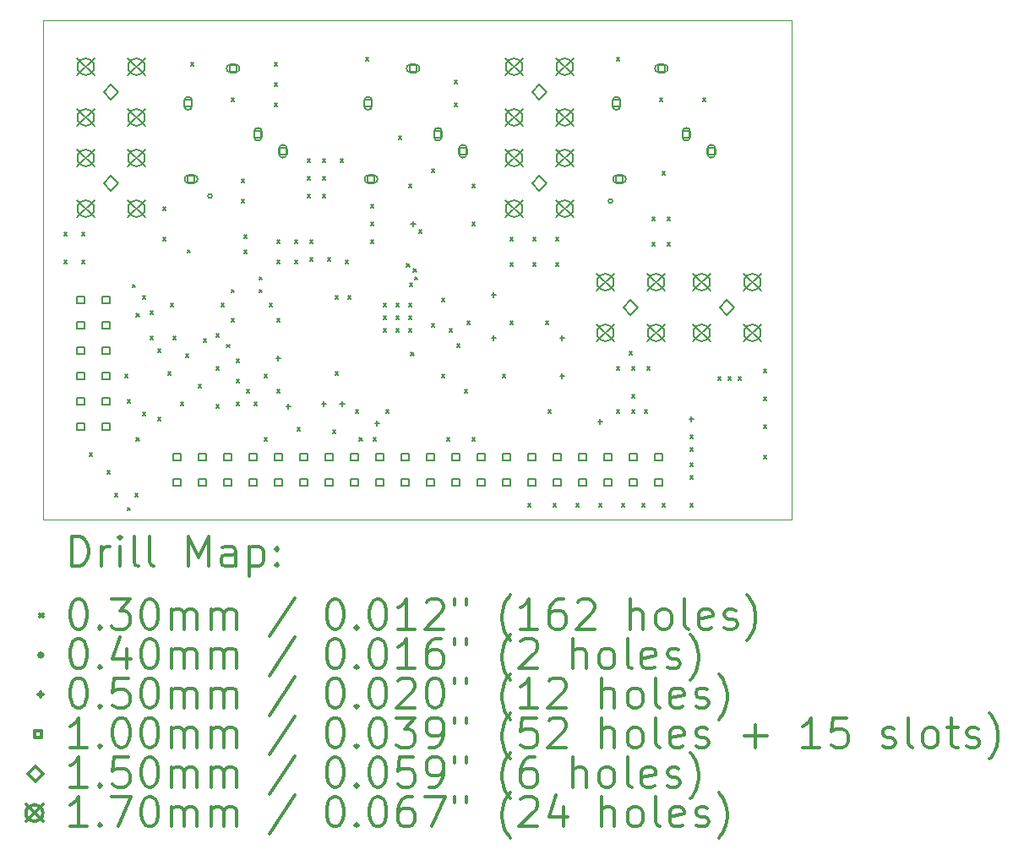
<source format=gbr>
%FSLAX45Y45*%
G04 Gerber Fmt 4.5, Leading zero omitted, Abs format (unit mm)*
G04 Created by KiCad (PCBNEW (5.1.9)-1) date 2021-12-15 22:24:52*
%MOMM*%
%LPD*%
G01*
G04 APERTURE LIST*
%TA.AperFunction,Profile*%
%ADD10C,0.050000*%
%TD*%
%ADD11C,0.200000*%
%ADD12C,0.300000*%
G04 APERTURE END LIST*
D10*
X14000000Y-10100000D02*
X14000000Y-5100000D01*
X21500000Y-10100000D02*
X14000000Y-10100000D01*
X21500000Y-5100000D02*
X21500000Y-10100000D01*
X14000000Y-5100000D02*
X21500000Y-5100000D01*
D11*
X14209000Y-7224000D02*
X14239000Y-7254000D01*
X14239000Y-7224000D02*
X14209000Y-7254000D01*
X14209000Y-7503400D02*
X14239000Y-7533400D01*
X14239000Y-7503400D02*
X14209000Y-7533400D01*
X14386800Y-7224000D02*
X14416800Y-7254000D01*
X14416800Y-7224000D02*
X14386800Y-7254000D01*
X14386800Y-7503400D02*
X14416800Y-7533400D01*
X14416800Y-7503400D02*
X14386800Y-7533400D01*
X14463000Y-9433800D02*
X14493000Y-9463800D01*
X14493000Y-9433800D02*
X14463000Y-9463800D01*
X14640800Y-9611600D02*
X14670800Y-9641600D01*
X14670800Y-9611600D02*
X14640800Y-9641600D01*
X14717000Y-9840200D02*
X14747000Y-9870200D01*
X14747000Y-9840200D02*
X14717000Y-9870200D01*
X14818600Y-8646400D02*
X14848600Y-8676400D01*
X14848600Y-8646400D02*
X14818600Y-8676400D01*
X14844000Y-8900400D02*
X14874000Y-8930400D01*
X14874000Y-8900400D02*
X14844000Y-8930400D01*
X14844000Y-9978900D02*
X14874000Y-10008900D01*
X14874000Y-9978900D02*
X14844000Y-10008900D01*
X14894556Y-7745456D02*
X14924556Y-7775456D01*
X14924556Y-7745456D02*
X14894556Y-7775456D01*
X14920200Y-9840200D02*
X14950200Y-9870200D01*
X14950200Y-9840200D02*
X14920200Y-9870200D01*
X14933900Y-8036800D02*
X14963900Y-8066800D01*
X14963900Y-8036800D02*
X14933900Y-8066800D01*
X14933900Y-9281400D02*
X14963900Y-9311400D01*
X14963900Y-9281400D02*
X14933900Y-9311400D01*
X14996400Y-7859000D02*
X15026400Y-7889000D01*
X15026400Y-7859000D02*
X14996400Y-7889000D01*
X14996400Y-9027400D02*
X15026400Y-9057400D01*
X15026400Y-9027400D02*
X14996400Y-9057400D01*
X15072600Y-8011400D02*
X15102600Y-8041400D01*
X15102600Y-8011400D02*
X15072600Y-8041400D01*
X15072600Y-8265400D02*
X15102600Y-8295400D01*
X15102600Y-8265400D02*
X15072600Y-8295400D01*
X15148800Y-8392400D02*
X15178800Y-8422400D01*
X15178800Y-8392400D02*
X15148800Y-8422400D01*
X15148800Y-9078200D02*
X15178800Y-9108200D01*
X15178800Y-9078200D02*
X15148800Y-9108200D01*
X15199600Y-6970000D02*
X15229600Y-7000000D01*
X15229600Y-6970000D02*
X15199600Y-7000000D01*
X15199600Y-7274800D02*
X15229600Y-7304800D01*
X15229600Y-7274800D02*
X15199600Y-7304800D01*
X15250400Y-8621000D02*
X15280400Y-8651000D01*
X15280400Y-8621000D02*
X15250400Y-8651000D01*
X15275800Y-7935200D02*
X15305800Y-7965200D01*
X15305800Y-7935200D02*
X15275800Y-7965200D01*
X15301200Y-8265400D02*
X15331200Y-8295400D01*
X15331200Y-8265400D02*
X15301200Y-8295400D01*
X15377400Y-8925800D02*
X15407400Y-8955800D01*
X15407400Y-8925800D02*
X15377400Y-8955800D01*
X15428200Y-8443200D02*
X15458200Y-8473200D01*
X15458200Y-8443200D02*
X15428200Y-8473200D01*
X15446230Y-7396981D02*
X15476230Y-7426981D01*
X15476230Y-7396981D02*
X15446230Y-7426981D01*
X15479000Y-5522200D02*
X15509000Y-5552200D01*
X15509000Y-5522200D02*
X15479000Y-5552200D01*
X15555200Y-8748000D02*
X15585200Y-8778000D01*
X15585200Y-8748000D02*
X15555200Y-8778000D01*
X15606000Y-8290800D02*
X15636000Y-8320800D01*
X15636000Y-8290800D02*
X15606000Y-8320800D01*
X15733000Y-8240000D02*
X15763000Y-8270000D01*
X15763000Y-8240000D02*
X15733000Y-8270000D01*
X15733000Y-8570200D02*
X15763000Y-8600200D01*
X15763000Y-8570200D02*
X15733000Y-8600200D01*
X15733000Y-8951200D02*
X15763000Y-8981200D01*
X15763000Y-8951200D02*
X15733000Y-8981200D01*
X15783800Y-7935200D02*
X15813800Y-7965200D01*
X15813800Y-7935200D02*
X15783800Y-7965200D01*
X15840694Y-8347694D02*
X15870694Y-8377694D01*
X15870694Y-8347694D02*
X15840694Y-8377694D01*
X15885400Y-5877800D02*
X15915400Y-5907800D01*
X15915400Y-5877800D02*
X15885400Y-5907800D01*
X15885400Y-7796500D02*
X15915400Y-7826500D01*
X15915400Y-7796500D02*
X15885400Y-7826500D01*
X15885400Y-8087600D02*
X15915400Y-8117600D01*
X15915400Y-8087600D02*
X15885400Y-8117600D01*
X15936200Y-8494000D02*
X15966200Y-8524000D01*
X15966200Y-8494000D02*
X15936200Y-8524000D01*
X15936200Y-8697200D02*
X15966200Y-8727200D01*
X15966200Y-8697200D02*
X15936200Y-8727200D01*
X15936200Y-8925800D02*
X15966200Y-8955800D01*
X15966200Y-8925800D02*
X15936200Y-8955800D01*
X15987000Y-6690600D02*
X16017000Y-6720600D01*
X16017000Y-6690600D02*
X15987000Y-6720600D01*
X15987000Y-6893800D02*
X16017000Y-6923800D01*
X16017000Y-6893800D02*
X15987000Y-6923800D01*
X16012400Y-7249400D02*
X16042400Y-7279400D01*
X16042400Y-7249400D02*
X16012400Y-7279400D01*
X16012400Y-7401800D02*
X16042400Y-7431800D01*
X16042400Y-7401800D02*
X16012400Y-7431800D01*
X16037800Y-8798800D02*
X16067800Y-8828800D01*
X16067800Y-8798800D02*
X16037800Y-8828800D01*
X16114000Y-8925800D02*
X16144000Y-8955800D01*
X16144000Y-8925800D02*
X16114000Y-8955800D01*
X16164800Y-7669500D02*
X16194800Y-7699500D01*
X16194800Y-7669500D02*
X16164800Y-7699500D01*
X16164800Y-7794500D02*
X16194800Y-7824500D01*
X16194800Y-7794500D02*
X16164800Y-7824500D01*
X16215600Y-8646400D02*
X16245600Y-8676400D01*
X16245600Y-8646400D02*
X16215600Y-8676400D01*
X16215600Y-9281400D02*
X16245600Y-9311400D01*
X16245600Y-9281400D02*
X16215600Y-9311400D01*
X16266400Y-7935200D02*
X16296400Y-7965200D01*
X16296400Y-7935200D02*
X16266400Y-7965200D01*
X16317200Y-5522200D02*
X16347200Y-5552200D01*
X16347200Y-5522200D02*
X16317200Y-5552200D01*
X16317200Y-5725400D02*
X16347200Y-5755400D01*
X16347200Y-5725400D02*
X16317200Y-5755400D01*
X16317200Y-5928600D02*
X16347200Y-5958600D01*
X16347200Y-5928600D02*
X16317200Y-5958600D01*
X16342600Y-7300200D02*
X16372600Y-7330200D01*
X16372600Y-7300200D02*
X16342600Y-7330200D01*
X16342600Y-7503400D02*
X16372600Y-7533400D01*
X16372600Y-7503400D02*
X16342600Y-7533400D01*
X16342600Y-8087600D02*
X16372600Y-8117600D01*
X16372600Y-8087600D02*
X16342600Y-8117600D01*
X16342600Y-8798800D02*
X16372600Y-8828800D01*
X16372600Y-8798800D02*
X16342600Y-8828800D01*
X16520400Y-7300200D02*
X16550400Y-7330200D01*
X16550400Y-7300200D02*
X16520400Y-7330200D01*
X16520400Y-7503400D02*
X16550400Y-7533400D01*
X16550400Y-7503400D02*
X16520400Y-7533400D01*
X16545800Y-9179800D02*
X16575800Y-9209800D01*
X16575800Y-9179800D02*
X16545800Y-9209800D01*
X16647400Y-6487400D02*
X16677400Y-6517400D01*
X16677400Y-6487400D02*
X16647400Y-6517400D01*
X16647400Y-6665200D02*
X16677400Y-6695200D01*
X16677400Y-6665200D02*
X16647400Y-6695200D01*
X16647400Y-6843000D02*
X16677400Y-6873000D01*
X16677400Y-6843000D02*
X16647400Y-6873000D01*
X16672800Y-7300200D02*
X16702800Y-7330200D01*
X16702800Y-7300200D02*
X16672800Y-7330200D01*
X16672800Y-7478000D02*
X16702800Y-7508000D01*
X16702800Y-7478000D02*
X16672800Y-7508000D01*
X16799800Y-6487400D02*
X16829800Y-6517400D01*
X16829800Y-6487400D02*
X16799800Y-6517400D01*
X16799800Y-6665200D02*
X16829800Y-6695200D01*
X16829800Y-6665200D02*
X16799800Y-6695200D01*
X16799800Y-6843000D02*
X16829800Y-6873000D01*
X16829800Y-6843000D02*
X16799800Y-6873000D01*
X16850600Y-7478000D02*
X16880600Y-7508000D01*
X16880600Y-7478000D02*
X16850600Y-7508000D01*
X16901400Y-9205200D02*
X16931400Y-9235200D01*
X16931400Y-9205200D02*
X16901400Y-9235200D01*
X16926800Y-7859000D02*
X16956800Y-7889000D01*
X16956800Y-7859000D02*
X16926800Y-7889000D01*
X16926800Y-8621000D02*
X16956800Y-8651000D01*
X16956800Y-8621000D02*
X16926800Y-8651000D01*
X16977600Y-6487400D02*
X17007600Y-6517400D01*
X17007600Y-6487400D02*
X16977600Y-6517400D01*
X17028400Y-7503400D02*
X17058400Y-7533400D01*
X17058400Y-7503400D02*
X17028400Y-7533400D01*
X17053800Y-7859000D02*
X17083800Y-7889000D01*
X17083800Y-7859000D02*
X17053800Y-7889000D01*
X17130000Y-9002000D02*
X17160000Y-9032000D01*
X17160000Y-9002000D02*
X17130000Y-9032000D01*
X17169100Y-9281400D02*
X17199100Y-9311400D01*
X17199100Y-9281400D02*
X17169100Y-9311400D01*
X17231600Y-5471400D02*
X17261600Y-5501400D01*
X17261600Y-5471400D02*
X17231600Y-5501400D01*
X17282400Y-6944600D02*
X17312400Y-6974600D01*
X17312400Y-6944600D02*
X17282400Y-6974600D01*
X17282400Y-7122400D02*
X17312400Y-7152400D01*
X17312400Y-7122400D02*
X17282400Y-7152400D01*
X17282400Y-7300200D02*
X17312400Y-7330200D01*
X17312400Y-7300200D02*
X17282400Y-7330200D01*
X17307800Y-9281400D02*
X17337800Y-9311400D01*
X17337800Y-9281400D02*
X17307800Y-9311400D01*
X17409400Y-7935200D02*
X17439400Y-7965200D01*
X17439400Y-7935200D02*
X17409400Y-7965200D01*
X17409400Y-8062200D02*
X17439400Y-8092200D01*
X17439400Y-8062200D02*
X17409400Y-8092200D01*
X17409400Y-8189200D02*
X17439400Y-8219200D01*
X17439400Y-8189200D02*
X17409400Y-8219200D01*
X17434800Y-9002000D02*
X17464800Y-9032000D01*
X17464800Y-9002000D02*
X17434800Y-9032000D01*
X17536400Y-7935200D02*
X17566400Y-7965200D01*
X17566400Y-7935200D02*
X17536400Y-7965200D01*
X17536400Y-8062200D02*
X17566400Y-8092200D01*
X17566400Y-8062200D02*
X17536400Y-8092200D01*
X17536400Y-8189200D02*
X17566400Y-8219200D01*
X17566400Y-8189200D02*
X17536400Y-8219200D01*
X17561800Y-6258800D02*
X17591800Y-6288800D01*
X17591800Y-6258800D02*
X17561800Y-6288800D01*
X17644494Y-7535294D02*
X17674494Y-7565294D01*
X17674494Y-7535294D02*
X17644494Y-7565294D01*
X17663400Y-6741400D02*
X17693400Y-6771400D01*
X17693400Y-6741400D02*
X17663400Y-6771400D01*
X17663400Y-7935200D02*
X17693400Y-7965200D01*
X17693400Y-7935200D02*
X17663400Y-7965200D01*
X17663400Y-8062200D02*
X17693400Y-8092200D01*
X17693400Y-8062200D02*
X17663400Y-8092200D01*
X17663400Y-8189200D02*
X17693400Y-8219200D01*
X17693400Y-8189200D02*
X17663400Y-8219200D01*
X17673900Y-7732000D02*
X17703900Y-7762000D01*
X17703900Y-7732000D02*
X17673900Y-7762000D01*
X17683860Y-8425048D02*
X17713860Y-8455048D01*
X17713860Y-8425048D02*
X17683860Y-8455048D01*
X17712029Y-7590170D02*
X17742029Y-7620170D01*
X17742029Y-7590170D02*
X17712029Y-7620170D01*
X17723620Y-7669326D02*
X17753620Y-7699326D01*
X17753620Y-7669326D02*
X17723620Y-7699326D01*
X17765000Y-7198600D02*
X17795000Y-7228600D01*
X17795000Y-7198600D02*
X17765000Y-7228600D01*
X17892000Y-6589000D02*
X17922000Y-6619000D01*
X17922000Y-6589000D02*
X17892000Y-6619000D01*
X17892000Y-8138400D02*
X17922000Y-8168400D01*
X17922000Y-8138400D02*
X17892000Y-8168400D01*
X17993600Y-7884400D02*
X18023600Y-7914400D01*
X18023600Y-7884400D02*
X17993600Y-7914400D01*
X17993600Y-8646400D02*
X18023600Y-8676400D01*
X18023600Y-8646400D02*
X17993600Y-8676400D01*
X18044400Y-9281400D02*
X18074400Y-9311400D01*
X18074400Y-9281400D02*
X18044400Y-9311400D01*
X18069800Y-8189200D02*
X18099800Y-8219200D01*
X18099800Y-8189200D02*
X18069800Y-8219200D01*
X18120600Y-5700000D02*
X18150600Y-5730000D01*
X18150600Y-5700000D02*
X18120600Y-5730000D01*
X18120600Y-5928600D02*
X18150600Y-5958600D01*
X18150600Y-5928600D02*
X18120600Y-5958600D01*
X18146000Y-8341600D02*
X18176000Y-8371600D01*
X18176000Y-8341600D02*
X18146000Y-8371600D01*
X18222200Y-8798800D02*
X18252200Y-8828800D01*
X18252200Y-8798800D02*
X18222200Y-8828800D01*
X18247600Y-8113000D02*
X18277600Y-8143000D01*
X18277600Y-8113000D02*
X18247600Y-8143000D01*
X18298400Y-6741400D02*
X18328400Y-6771400D01*
X18328400Y-6741400D02*
X18298400Y-6771400D01*
X18298400Y-7122400D02*
X18328400Y-7152400D01*
X18328400Y-7122400D02*
X18298400Y-7152400D01*
X18298400Y-9281400D02*
X18328400Y-9311400D01*
X18328400Y-9281400D02*
X18298400Y-9311400D01*
X18603200Y-8646400D02*
X18633200Y-8676400D01*
X18633200Y-8646400D02*
X18603200Y-8676400D01*
X18679400Y-7274800D02*
X18709400Y-7304800D01*
X18709400Y-7274800D02*
X18679400Y-7304800D01*
X18679400Y-7528800D02*
X18709400Y-7558800D01*
X18709400Y-7528800D02*
X18679400Y-7558800D01*
X18679400Y-8113000D02*
X18709400Y-8143000D01*
X18709400Y-8113000D02*
X18679400Y-8143000D01*
X18857200Y-9941800D02*
X18887200Y-9971800D01*
X18887200Y-9941800D02*
X18857200Y-9971800D01*
X18908000Y-7274800D02*
X18938000Y-7304800D01*
X18938000Y-7274800D02*
X18908000Y-7304800D01*
X18908000Y-7528800D02*
X18938000Y-7558800D01*
X18938000Y-7528800D02*
X18908000Y-7558800D01*
X19035000Y-8113000D02*
X19065000Y-8143000D01*
X19065000Y-8113000D02*
X19035000Y-8143000D01*
X19060400Y-9002000D02*
X19090400Y-9032000D01*
X19090400Y-9002000D02*
X19060400Y-9032000D01*
X19111200Y-9941800D02*
X19141200Y-9971800D01*
X19141200Y-9941800D02*
X19111200Y-9971800D01*
X19136600Y-7274800D02*
X19166600Y-7304800D01*
X19166600Y-7274800D02*
X19136600Y-7304800D01*
X19136600Y-7528800D02*
X19166600Y-7558800D01*
X19166600Y-7528800D02*
X19136600Y-7558800D01*
X19339800Y-9941800D02*
X19369800Y-9971800D01*
X19369800Y-9941800D02*
X19339800Y-9971800D01*
X19568400Y-9941800D02*
X19598400Y-9971800D01*
X19598400Y-9941800D02*
X19568400Y-9971800D01*
X19746200Y-5471400D02*
X19776200Y-5501400D01*
X19776200Y-5471400D02*
X19746200Y-5501400D01*
X19746200Y-8570200D02*
X19776200Y-8600200D01*
X19776200Y-8570200D02*
X19746200Y-8600200D01*
X19746200Y-9002000D02*
X19776200Y-9032000D01*
X19776200Y-9002000D02*
X19746200Y-9032000D01*
X19797000Y-9941800D02*
X19827000Y-9971800D01*
X19827000Y-9941800D02*
X19797000Y-9971800D01*
X19873200Y-8417800D02*
X19903200Y-8447800D01*
X19903200Y-8417800D02*
X19873200Y-8447800D01*
X19898600Y-8570200D02*
X19928600Y-8600200D01*
X19928600Y-8570200D02*
X19898600Y-8600200D01*
X19898600Y-8849600D02*
X19928600Y-8879600D01*
X19928600Y-8849600D02*
X19898600Y-8879600D01*
X19898600Y-9002000D02*
X19928600Y-9032000D01*
X19928600Y-9002000D02*
X19898600Y-9032000D01*
X20000200Y-9941800D02*
X20030200Y-9971800D01*
X20030200Y-9941800D02*
X20000200Y-9971800D01*
X20025600Y-9002000D02*
X20055600Y-9032000D01*
X20055600Y-9002000D02*
X20025600Y-9032000D01*
X20051000Y-8570200D02*
X20081000Y-8600200D01*
X20081000Y-8570200D02*
X20051000Y-8600200D01*
X20101800Y-7071600D02*
X20131800Y-7101600D01*
X20131800Y-7071600D02*
X20101800Y-7101600D01*
X20101800Y-7325600D02*
X20131800Y-7355600D01*
X20131800Y-7325600D02*
X20101800Y-7355600D01*
X20178000Y-5877800D02*
X20208000Y-5907800D01*
X20208000Y-5877800D02*
X20178000Y-5907800D01*
X20203400Y-6614400D02*
X20233400Y-6644400D01*
X20233400Y-6614400D02*
X20203400Y-6644400D01*
X20203400Y-9941800D02*
X20233400Y-9971800D01*
X20233400Y-9941800D02*
X20203400Y-9971800D01*
X20254200Y-7071600D02*
X20284200Y-7101600D01*
X20284200Y-7071600D02*
X20254200Y-7101600D01*
X20254200Y-7325600D02*
X20284200Y-7355600D01*
X20284200Y-7325600D02*
X20254200Y-7355600D01*
X20482800Y-9256000D02*
X20512800Y-9286000D01*
X20512800Y-9256000D02*
X20482800Y-9286000D01*
X20482800Y-9383000D02*
X20512800Y-9413000D01*
X20512800Y-9383000D02*
X20482800Y-9413000D01*
X20482800Y-9535400D02*
X20512800Y-9565400D01*
X20512800Y-9535400D02*
X20482800Y-9565400D01*
X20482800Y-9662400D02*
X20512800Y-9692400D01*
X20512800Y-9662400D02*
X20482800Y-9692400D01*
X20482800Y-9941800D02*
X20512800Y-9971800D01*
X20512800Y-9941800D02*
X20482800Y-9971800D01*
X20609800Y-5877800D02*
X20639800Y-5907800D01*
X20639800Y-5877800D02*
X20609800Y-5907800D01*
X20762200Y-8671800D02*
X20792200Y-8701800D01*
X20792200Y-8671800D02*
X20762200Y-8701800D01*
X20863800Y-8671800D02*
X20893800Y-8701800D01*
X20893800Y-8671800D02*
X20863800Y-8701800D01*
X20965400Y-8671800D02*
X20995400Y-8701800D01*
X20995400Y-8671800D02*
X20965400Y-8701800D01*
X21219400Y-8595600D02*
X21249400Y-8625600D01*
X21249400Y-8595600D02*
X21219400Y-8625600D01*
X21219400Y-8875000D02*
X21249400Y-8905000D01*
X21249400Y-8875000D02*
X21219400Y-8905000D01*
X21219400Y-9154400D02*
X21249400Y-9184400D01*
X21249400Y-9154400D02*
X21219400Y-9184400D01*
X21219400Y-9459200D02*
X21249400Y-9489200D01*
X21249400Y-9459200D02*
X21219400Y-9489200D01*
X15691800Y-6858000D02*
G75*
G03*
X15691800Y-6858000I-20000J0D01*
G01*
X19705000Y-6908800D02*
G75*
G03*
X19705000Y-6908800I-20000J0D01*
G01*
X16357600Y-8458600D02*
X16357600Y-8508600D01*
X16332600Y-8483600D02*
X16382600Y-8483600D01*
X16459200Y-8941200D02*
X16459200Y-8991200D01*
X16434200Y-8966200D02*
X16484200Y-8966200D01*
X16814800Y-8915800D02*
X16814800Y-8965800D01*
X16789800Y-8940800D02*
X16839800Y-8940800D01*
X16998900Y-8915800D02*
X16998900Y-8965800D01*
X16973900Y-8940800D02*
X17023900Y-8940800D01*
X17348200Y-9112700D02*
X17348200Y-9162700D01*
X17323200Y-9137700D02*
X17373200Y-9137700D01*
X17711349Y-7115888D02*
X17711349Y-7165888D01*
X17686349Y-7140888D02*
X17736349Y-7140888D01*
X18516600Y-7823600D02*
X18516600Y-7873600D01*
X18491600Y-7848600D02*
X18541600Y-7848600D01*
X18516600Y-8255400D02*
X18516600Y-8305400D01*
X18491600Y-8280400D02*
X18541600Y-8280400D01*
X19202400Y-8255400D02*
X19202400Y-8305400D01*
X19177400Y-8280400D02*
X19227400Y-8280400D01*
X19202400Y-8636400D02*
X19202400Y-8686400D01*
X19177400Y-8661400D02*
X19227400Y-8661400D01*
X19583400Y-9090780D02*
X19583400Y-9140780D01*
X19558400Y-9115780D02*
X19608400Y-9115780D01*
X20497800Y-9068200D02*
X20497800Y-9118200D01*
X20472800Y-9093200D02*
X20522800Y-9093200D01*
X14411756Y-7934756D02*
X14411756Y-7864044D01*
X14341044Y-7864044D01*
X14341044Y-7934756D01*
X14411756Y-7934756D01*
X14411756Y-8188756D02*
X14411756Y-8118044D01*
X14341044Y-8118044D01*
X14341044Y-8188756D01*
X14411756Y-8188756D01*
X14411756Y-8442756D02*
X14411756Y-8372044D01*
X14341044Y-8372044D01*
X14341044Y-8442756D01*
X14411756Y-8442756D01*
X14411756Y-8696756D02*
X14411756Y-8626044D01*
X14341044Y-8626044D01*
X14341044Y-8696756D01*
X14411756Y-8696756D01*
X14411756Y-8950756D02*
X14411756Y-8880044D01*
X14341044Y-8880044D01*
X14341044Y-8950756D01*
X14411756Y-8950756D01*
X14411756Y-9204756D02*
X14411756Y-9134044D01*
X14341044Y-9134044D01*
X14341044Y-9204756D01*
X14411756Y-9204756D01*
X14665756Y-7934756D02*
X14665756Y-7864044D01*
X14595044Y-7864044D01*
X14595044Y-7934756D01*
X14665756Y-7934756D01*
X14665756Y-8188756D02*
X14665756Y-8118044D01*
X14595044Y-8118044D01*
X14595044Y-8188756D01*
X14665756Y-8188756D01*
X14665756Y-8442756D02*
X14665756Y-8372044D01*
X14595044Y-8372044D01*
X14595044Y-8442756D01*
X14665756Y-8442756D01*
X14665756Y-8696756D02*
X14665756Y-8626044D01*
X14595044Y-8626044D01*
X14595044Y-8696756D01*
X14665756Y-8696756D01*
X14665756Y-8950756D02*
X14665756Y-8880044D01*
X14595044Y-8880044D01*
X14595044Y-8950756D01*
X14665756Y-8950756D01*
X14665756Y-9204756D02*
X14665756Y-9134044D01*
X14595044Y-9134044D01*
X14595044Y-9204756D01*
X14665756Y-9204756D01*
X15376956Y-9509556D02*
X15376956Y-9438844D01*
X15306244Y-9438844D01*
X15306244Y-9509556D01*
X15376956Y-9509556D01*
X15376956Y-9763556D02*
X15376956Y-9692844D01*
X15306244Y-9692844D01*
X15306244Y-9763556D01*
X15376956Y-9763556D01*
X15488556Y-5964356D02*
X15488556Y-5893644D01*
X15417844Y-5893644D01*
X15417844Y-5964356D01*
X15488556Y-5964356D01*
X15413200Y-5904000D02*
X15413200Y-5954000D01*
X15493200Y-5904000D02*
X15493200Y-5954000D01*
X15413200Y-5954000D02*
G75*
G03*
X15493200Y-5954000I40000J0D01*
G01*
X15493200Y-5904000D02*
G75*
G03*
X15413200Y-5904000I-40000J0D01*
G01*
X15518556Y-6724356D02*
X15518556Y-6653644D01*
X15447844Y-6653644D01*
X15447844Y-6724356D01*
X15518556Y-6724356D01*
X15458200Y-6729000D02*
X15508200Y-6729000D01*
X15458200Y-6649000D02*
X15508200Y-6649000D01*
X15508200Y-6729000D02*
G75*
G03*
X15508200Y-6649000I0J40000D01*
G01*
X15458200Y-6649000D02*
G75*
G03*
X15458200Y-6729000I0J-40000D01*
G01*
X15630956Y-9509556D02*
X15630956Y-9438844D01*
X15560244Y-9438844D01*
X15560244Y-9509556D01*
X15630956Y-9509556D01*
X15630956Y-9763556D02*
X15630956Y-9692844D01*
X15560244Y-9692844D01*
X15560244Y-9763556D01*
X15630956Y-9763556D01*
X15884956Y-9509556D02*
X15884956Y-9438844D01*
X15814244Y-9438844D01*
X15814244Y-9509556D01*
X15884956Y-9509556D01*
X15884956Y-9763556D02*
X15884956Y-9692844D01*
X15814244Y-9692844D01*
X15814244Y-9763556D01*
X15884956Y-9763556D01*
X15938556Y-5614356D02*
X15938556Y-5543644D01*
X15867844Y-5543644D01*
X15867844Y-5614356D01*
X15938556Y-5614356D01*
X15928200Y-5539000D02*
X15878200Y-5539000D01*
X15928200Y-5619000D02*
X15878200Y-5619000D01*
X15878200Y-5539000D02*
G75*
G03*
X15878200Y-5619000I0J-40000D01*
G01*
X15928200Y-5619000D02*
G75*
G03*
X15928200Y-5539000I0J40000D01*
G01*
X16138956Y-9509556D02*
X16138956Y-9438844D01*
X16068244Y-9438844D01*
X16068244Y-9509556D01*
X16138956Y-9509556D01*
X16138956Y-9763556D02*
X16138956Y-9692844D01*
X16068244Y-9692844D01*
X16068244Y-9763556D01*
X16138956Y-9763556D01*
X16188556Y-6274356D02*
X16188556Y-6203644D01*
X16117844Y-6203644D01*
X16117844Y-6274356D01*
X16188556Y-6274356D01*
X16113200Y-6214000D02*
X16113200Y-6264000D01*
X16193200Y-6214000D02*
X16193200Y-6264000D01*
X16113200Y-6264000D02*
G75*
G03*
X16193200Y-6264000I40000J0D01*
G01*
X16193200Y-6214000D02*
G75*
G03*
X16113200Y-6214000I-40000J0D01*
G01*
X16392956Y-9509556D02*
X16392956Y-9438844D01*
X16322244Y-9438844D01*
X16322244Y-9509556D01*
X16392956Y-9509556D01*
X16392956Y-9763556D02*
X16392956Y-9692844D01*
X16322244Y-9692844D01*
X16322244Y-9763556D01*
X16392956Y-9763556D01*
X16438556Y-6444356D02*
X16438556Y-6373644D01*
X16367844Y-6373644D01*
X16367844Y-6444356D01*
X16438556Y-6444356D01*
X16363200Y-6384000D02*
X16363200Y-6434000D01*
X16443200Y-6384000D02*
X16443200Y-6434000D01*
X16363200Y-6434000D02*
G75*
G03*
X16443200Y-6434000I40000J0D01*
G01*
X16443200Y-6384000D02*
G75*
G03*
X16363200Y-6384000I-40000J0D01*
G01*
X16646956Y-9509556D02*
X16646956Y-9438844D01*
X16576244Y-9438844D01*
X16576244Y-9509556D01*
X16646956Y-9509556D01*
X16646956Y-9763556D02*
X16646956Y-9692844D01*
X16576244Y-9692844D01*
X16576244Y-9763556D01*
X16646956Y-9763556D01*
X16900956Y-9509556D02*
X16900956Y-9438844D01*
X16830244Y-9438844D01*
X16830244Y-9509556D01*
X16900956Y-9509556D01*
X16900956Y-9763556D02*
X16900956Y-9692844D01*
X16830244Y-9692844D01*
X16830244Y-9763556D01*
X16900956Y-9763556D01*
X17154956Y-9509556D02*
X17154956Y-9438844D01*
X17084244Y-9438844D01*
X17084244Y-9509556D01*
X17154956Y-9509556D01*
X17154956Y-9763556D02*
X17154956Y-9692844D01*
X17084244Y-9692844D01*
X17084244Y-9763556D01*
X17154956Y-9763556D01*
X17291956Y-5964356D02*
X17291956Y-5893644D01*
X17221244Y-5893644D01*
X17221244Y-5964356D01*
X17291956Y-5964356D01*
X17216600Y-5904000D02*
X17216600Y-5954000D01*
X17296600Y-5904000D02*
X17296600Y-5954000D01*
X17216600Y-5954000D02*
G75*
G03*
X17296600Y-5954000I40000J0D01*
G01*
X17296600Y-5904000D02*
G75*
G03*
X17216600Y-5904000I-40000J0D01*
G01*
X17321956Y-6724356D02*
X17321956Y-6653644D01*
X17251244Y-6653644D01*
X17251244Y-6724356D01*
X17321956Y-6724356D01*
X17261600Y-6729000D02*
X17311600Y-6729000D01*
X17261600Y-6649000D02*
X17311600Y-6649000D01*
X17311600Y-6729000D02*
G75*
G03*
X17311600Y-6649000I0J40000D01*
G01*
X17261600Y-6649000D02*
G75*
G03*
X17261600Y-6729000I0J-40000D01*
G01*
X17408956Y-9509556D02*
X17408956Y-9438844D01*
X17338244Y-9438844D01*
X17338244Y-9509556D01*
X17408956Y-9509556D01*
X17408956Y-9763556D02*
X17408956Y-9692844D01*
X17338244Y-9692844D01*
X17338244Y-9763556D01*
X17408956Y-9763556D01*
X17662956Y-9509556D02*
X17662956Y-9438844D01*
X17592244Y-9438844D01*
X17592244Y-9509556D01*
X17662956Y-9509556D01*
X17662956Y-9763556D02*
X17662956Y-9692844D01*
X17592244Y-9692844D01*
X17592244Y-9763556D01*
X17662956Y-9763556D01*
X17741956Y-5614356D02*
X17741956Y-5543644D01*
X17671244Y-5543644D01*
X17671244Y-5614356D01*
X17741956Y-5614356D01*
X17731600Y-5539000D02*
X17681600Y-5539000D01*
X17731600Y-5619000D02*
X17681600Y-5619000D01*
X17681600Y-5539000D02*
G75*
G03*
X17681600Y-5619000I0J-40000D01*
G01*
X17731600Y-5619000D02*
G75*
G03*
X17731600Y-5539000I0J40000D01*
G01*
X17916956Y-9509556D02*
X17916956Y-9438844D01*
X17846244Y-9438844D01*
X17846244Y-9509556D01*
X17916956Y-9509556D01*
X17916956Y-9763556D02*
X17916956Y-9692844D01*
X17846244Y-9692844D01*
X17846244Y-9763556D01*
X17916956Y-9763556D01*
X17991956Y-6274356D02*
X17991956Y-6203644D01*
X17921244Y-6203644D01*
X17921244Y-6274356D01*
X17991956Y-6274356D01*
X17916600Y-6214000D02*
X17916600Y-6264000D01*
X17996600Y-6214000D02*
X17996600Y-6264000D01*
X17916600Y-6264000D02*
G75*
G03*
X17996600Y-6264000I40000J0D01*
G01*
X17996600Y-6214000D02*
G75*
G03*
X17916600Y-6214000I-40000J0D01*
G01*
X18170956Y-9509556D02*
X18170956Y-9438844D01*
X18100244Y-9438844D01*
X18100244Y-9509556D01*
X18170956Y-9509556D01*
X18170956Y-9763556D02*
X18170956Y-9692844D01*
X18100244Y-9692844D01*
X18100244Y-9763556D01*
X18170956Y-9763556D01*
X18241956Y-6444356D02*
X18241956Y-6373644D01*
X18171244Y-6373644D01*
X18171244Y-6444356D01*
X18241956Y-6444356D01*
X18166600Y-6384000D02*
X18166600Y-6434000D01*
X18246600Y-6384000D02*
X18246600Y-6434000D01*
X18166600Y-6434000D02*
G75*
G03*
X18246600Y-6434000I40000J0D01*
G01*
X18246600Y-6384000D02*
G75*
G03*
X18166600Y-6384000I-40000J0D01*
G01*
X18424956Y-9509556D02*
X18424956Y-9438844D01*
X18354244Y-9438844D01*
X18354244Y-9509556D01*
X18424956Y-9509556D01*
X18424956Y-9763556D02*
X18424956Y-9692844D01*
X18354244Y-9692844D01*
X18354244Y-9763556D01*
X18424956Y-9763556D01*
X18678956Y-9509556D02*
X18678956Y-9438844D01*
X18608244Y-9438844D01*
X18608244Y-9509556D01*
X18678956Y-9509556D01*
X18678956Y-9763556D02*
X18678956Y-9692844D01*
X18608244Y-9692844D01*
X18608244Y-9763556D01*
X18678956Y-9763556D01*
X18932956Y-9509556D02*
X18932956Y-9438844D01*
X18862244Y-9438844D01*
X18862244Y-9509556D01*
X18932956Y-9509556D01*
X18932956Y-9763556D02*
X18932956Y-9692844D01*
X18862244Y-9692844D01*
X18862244Y-9763556D01*
X18932956Y-9763556D01*
X19186956Y-9509556D02*
X19186956Y-9438844D01*
X19116244Y-9438844D01*
X19116244Y-9509556D01*
X19186956Y-9509556D01*
X19186956Y-9763556D02*
X19186956Y-9692844D01*
X19116244Y-9692844D01*
X19116244Y-9763556D01*
X19186956Y-9763556D01*
X19440956Y-9509556D02*
X19440956Y-9438844D01*
X19370244Y-9438844D01*
X19370244Y-9509556D01*
X19440956Y-9509556D01*
X19440956Y-9763556D02*
X19440956Y-9692844D01*
X19370244Y-9692844D01*
X19370244Y-9763556D01*
X19440956Y-9763556D01*
X19694956Y-9509556D02*
X19694956Y-9438844D01*
X19624244Y-9438844D01*
X19624244Y-9509556D01*
X19694956Y-9509556D01*
X19694956Y-9763556D02*
X19694956Y-9692844D01*
X19624244Y-9692844D01*
X19624244Y-9763556D01*
X19694956Y-9763556D01*
X19781156Y-5964356D02*
X19781156Y-5893644D01*
X19710444Y-5893644D01*
X19710444Y-5964356D01*
X19781156Y-5964356D01*
X19705800Y-5904000D02*
X19705800Y-5954000D01*
X19785800Y-5904000D02*
X19785800Y-5954000D01*
X19705800Y-5954000D02*
G75*
G03*
X19785800Y-5954000I40000J0D01*
G01*
X19785800Y-5904000D02*
G75*
G03*
X19705800Y-5904000I-40000J0D01*
G01*
X19811156Y-6724356D02*
X19811156Y-6653644D01*
X19740444Y-6653644D01*
X19740444Y-6724356D01*
X19811156Y-6724356D01*
X19750800Y-6729000D02*
X19800800Y-6729000D01*
X19750800Y-6649000D02*
X19800800Y-6649000D01*
X19800800Y-6729000D02*
G75*
G03*
X19800800Y-6649000I0J40000D01*
G01*
X19750800Y-6649000D02*
G75*
G03*
X19750800Y-6729000I0J-40000D01*
G01*
X19948956Y-9509556D02*
X19948956Y-9438844D01*
X19878244Y-9438844D01*
X19878244Y-9509556D01*
X19948956Y-9509556D01*
X19948956Y-9763556D02*
X19948956Y-9692844D01*
X19878244Y-9692844D01*
X19878244Y-9763556D01*
X19948956Y-9763556D01*
X20202956Y-9509556D02*
X20202956Y-9438844D01*
X20132244Y-9438844D01*
X20132244Y-9509556D01*
X20202956Y-9509556D01*
X20202956Y-9763556D02*
X20202956Y-9692844D01*
X20132244Y-9692844D01*
X20132244Y-9763556D01*
X20202956Y-9763556D01*
X20231156Y-5614356D02*
X20231156Y-5543644D01*
X20160444Y-5543644D01*
X20160444Y-5614356D01*
X20231156Y-5614356D01*
X20220800Y-5539000D02*
X20170800Y-5539000D01*
X20220800Y-5619000D02*
X20170800Y-5619000D01*
X20170800Y-5539000D02*
G75*
G03*
X20170800Y-5619000I0J-40000D01*
G01*
X20220800Y-5619000D02*
G75*
G03*
X20220800Y-5539000I0J40000D01*
G01*
X20481156Y-6274356D02*
X20481156Y-6203644D01*
X20410444Y-6203644D01*
X20410444Y-6274356D01*
X20481156Y-6274356D01*
X20405800Y-6214000D02*
X20405800Y-6264000D01*
X20485800Y-6214000D02*
X20485800Y-6264000D01*
X20405800Y-6264000D02*
G75*
G03*
X20485800Y-6264000I40000J0D01*
G01*
X20485800Y-6214000D02*
G75*
G03*
X20405800Y-6214000I-40000J0D01*
G01*
X20731156Y-6444356D02*
X20731156Y-6373644D01*
X20660444Y-6373644D01*
X20660444Y-6444356D01*
X20731156Y-6444356D01*
X20655800Y-6384000D02*
X20655800Y-6434000D01*
X20735800Y-6384000D02*
X20735800Y-6434000D01*
X20655800Y-6434000D02*
G75*
G03*
X20735800Y-6434000I40000J0D01*
G01*
X20735800Y-6384000D02*
G75*
G03*
X20655800Y-6384000I-40000J0D01*
G01*
X14681200Y-5891600D02*
X14756200Y-5816600D01*
X14681200Y-5741600D01*
X14606200Y-5816600D01*
X14681200Y-5891600D01*
X14681200Y-6806000D02*
X14756200Y-6731000D01*
X14681200Y-6656000D01*
X14606200Y-6731000D01*
X14681200Y-6806000D01*
X18973800Y-5891600D02*
X19048800Y-5816600D01*
X18973800Y-5741600D01*
X18898800Y-5816600D01*
X18973800Y-5891600D01*
X18973800Y-6806000D02*
X19048800Y-6731000D01*
X18973800Y-6656000D01*
X18898800Y-6731000D01*
X18973800Y-6806000D01*
X19888200Y-8050600D02*
X19963200Y-7975600D01*
X19888200Y-7900600D01*
X19813200Y-7975600D01*
X19888200Y-8050600D01*
X20853400Y-8050600D02*
X20928400Y-7975600D01*
X20853400Y-7900600D01*
X20778400Y-7975600D01*
X20853400Y-8050600D01*
X14342200Y-5477600D02*
X14512200Y-5647600D01*
X14512200Y-5477600D02*
X14342200Y-5647600D01*
X14512200Y-5562600D02*
G75*
G03*
X14512200Y-5562600I-85000J0D01*
G01*
X14342200Y-5985600D02*
X14512200Y-6155600D01*
X14512200Y-5985600D02*
X14342200Y-6155600D01*
X14512200Y-6070600D02*
G75*
G03*
X14512200Y-6070600I-85000J0D01*
G01*
X14342200Y-6392000D02*
X14512200Y-6562000D01*
X14512200Y-6392000D02*
X14342200Y-6562000D01*
X14512200Y-6477000D02*
G75*
G03*
X14512200Y-6477000I-85000J0D01*
G01*
X14342200Y-6900000D02*
X14512200Y-7070000D01*
X14512200Y-6900000D02*
X14342200Y-7070000D01*
X14512200Y-6985000D02*
G75*
G03*
X14512200Y-6985000I-85000J0D01*
G01*
X14850200Y-5477600D02*
X15020200Y-5647600D01*
X15020200Y-5477600D02*
X14850200Y-5647600D01*
X15020200Y-5562600D02*
G75*
G03*
X15020200Y-5562600I-85000J0D01*
G01*
X14850200Y-5985600D02*
X15020200Y-6155600D01*
X15020200Y-5985600D02*
X14850200Y-6155600D01*
X15020200Y-6070600D02*
G75*
G03*
X15020200Y-6070600I-85000J0D01*
G01*
X14850200Y-6392000D02*
X15020200Y-6562000D01*
X15020200Y-6392000D02*
X14850200Y-6562000D01*
X15020200Y-6477000D02*
G75*
G03*
X15020200Y-6477000I-85000J0D01*
G01*
X14850200Y-6900000D02*
X15020200Y-7070000D01*
X15020200Y-6900000D02*
X14850200Y-7070000D01*
X15020200Y-6985000D02*
G75*
G03*
X15020200Y-6985000I-85000J0D01*
G01*
X18634800Y-5477600D02*
X18804800Y-5647600D01*
X18804800Y-5477600D02*
X18634800Y-5647600D01*
X18804800Y-5562600D02*
G75*
G03*
X18804800Y-5562600I-85000J0D01*
G01*
X18634800Y-5985600D02*
X18804800Y-6155600D01*
X18804800Y-5985600D02*
X18634800Y-6155600D01*
X18804800Y-6070600D02*
G75*
G03*
X18804800Y-6070600I-85000J0D01*
G01*
X18634800Y-6392000D02*
X18804800Y-6562000D01*
X18804800Y-6392000D02*
X18634800Y-6562000D01*
X18804800Y-6477000D02*
G75*
G03*
X18804800Y-6477000I-85000J0D01*
G01*
X18634800Y-6900000D02*
X18804800Y-7070000D01*
X18804800Y-6900000D02*
X18634800Y-7070000D01*
X18804800Y-6985000D02*
G75*
G03*
X18804800Y-6985000I-85000J0D01*
G01*
X19142800Y-5477600D02*
X19312800Y-5647600D01*
X19312800Y-5477600D02*
X19142800Y-5647600D01*
X19312800Y-5562600D02*
G75*
G03*
X19312800Y-5562600I-85000J0D01*
G01*
X19142800Y-5985600D02*
X19312800Y-6155600D01*
X19312800Y-5985600D02*
X19142800Y-6155600D01*
X19312800Y-6070600D02*
G75*
G03*
X19312800Y-6070600I-85000J0D01*
G01*
X19142800Y-6392000D02*
X19312800Y-6562000D01*
X19312800Y-6392000D02*
X19142800Y-6562000D01*
X19312800Y-6477000D02*
G75*
G03*
X19312800Y-6477000I-85000J0D01*
G01*
X19142800Y-6900000D02*
X19312800Y-7070000D01*
X19312800Y-6900000D02*
X19142800Y-7070000D01*
X19312800Y-6985000D02*
G75*
G03*
X19312800Y-6985000I-85000J0D01*
G01*
X19549200Y-7636600D02*
X19719200Y-7806600D01*
X19719200Y-7636600D02*
X19549200Y-7806600D01*
X19719200Y-7721600D02*
G75*
G03*
X19719200Y-7721600I-85000J0D01*
G01*
X19549200Y-8144600D02*
X19719200Y-8314600D01*
X19719200Y-8144600D02*
X19549200Y-8314600D01*
X19719200Y-8229600D02*
G75*
G03*
X19719200Y-8229600I-85000J0D01*
G01*
X20057200Y-7636600D02*
X20227200Y-7806600D01*
X20227200Y-7636600D02*
X20057200Y-7806600D01*
X20227200Y-7721600D02*
G75*
G03*
X20227200Y-7721600I-85000J0D01*
G01*
X20057200Y-8144600D02*
X20227200Y-8314600D01*
X20227200Y-8144600D02*
X20057200Y-8314600D01*
X20227200Y-8229600D02*
G75*
G03*
X20227200Y-8229600I-85000J0D01*
G01*
X20514400Y-7636600D02*
X20684400Y-7806600D01*
X20684400Y-7636600D02*
X20514400Y-7806600D01*
X20684400Y-7721600D02*
G75*
G03*
X20684400Y-7721600I-85000J0D01*
G01*
X20514400Y-8144600D02*
X20684400Y-8314600D01*
X20684400Y-8144600D02*
X20514400Y-8314600D01*
X20684400Y-8229600D02*
G75*
G03*
X20684400Y-8229600I-85000J0D01*
G01*
X21022400Y-7636600D02*
X21192400Y-7806600D01*
X21192400Y-7636600D02*
X21022400Y-7806600D01*
X21192400Y-7721600D02*
G75*
G03*
X21192400Y-7721600I-85000J0D01*
G01*
X21022400Y-8144600D02*
X21192400Y-8314600D01*
X21192400Y-8144600D02*
X21022400Y-8314600D01*
X21192400Y-8229600D02*
G75*
G03*
X21192400Y-8229600I-85000J0D01*
G01*
D12*
X14283928Y-10568214D02*
X14283928Y-10268214D01*
X14355357Y-10268214D01*
X14398214Y-10282500D01*
X14426786Y-10311072D01*
X14441071Y-10339643D01*
X14455357Y-10396786D01*
X14455357Y-10439643D01*
X14441071Y-10496786D01*
X14426786Y-10525357D01*
X14398214Y-10553929D01*
X14355357Y-10568214D01*
X14283928Y-10568214D01*
X14583928Y-10568214D02*
X14583928Y-10368214D01*
X14583928Y-10425357D02*
X14598214Y-10396786D01*
X14612500Y-10382500D01*
X14641071Y-10368214D01*
X14669643Y-10368214D01*
X14769643Y-10568214D02*
X14769643Y-10368214D01*
X14769643Y-10268214D02*
X14755357Y-10282500D01*
X14769643Y-10296786D01*
X14783928Y-10282500D01*
X14769643Y-10268214D01*
X14769643Y-10296786D01*
X14955357Y-10568214D02*
X14926786Y-10553929D01*
X14912500Y-10525357D01*
X14912500Y-10268214D01*
X15112500Y-10568214D02*
X15083928Y-10553929D01*
X15069643Y-10525357D01*
X15069643Y-10268214D01*
X15455357Y-10568214D02*
X15455357Y-10268214D01*
X15555357Y-10482500D01*
X15655357Y-10268214D01*
X15655357Y-10568214D01*
X15926786Y-10568214D02*
X15926786Y-10411072D01*
X15912500Y-10382500D01*
X15883928Y-10368214D01*
X15826786Y-10368214D01*
X15798214Y-10382500D01*
X15926786Y-10553929D02*
X15898214Y-10568214D01*
X15826786Y-10568214D01*
X15798214Y-10553929D01*
X15783928Y-10525357D01*
X15783928Y-10496786D01*
X15798214Y-10468214D01*
X15826786Y-10453929D01*
X15898214Y-10453929D01*
X15926786Y-10439643D01*
X16069643Y-10368214D02*
X16069643Y-10668214D01*
X16069643Y-10382500D02*
X16098214Y-10368214D01*
X16155357Y-10368214D01*
X16183928Y-10382500D01*
X16198214Y-10396786D01*
X16212500Y-10425357D01*
X16212500Y-10511072D01*
X16198214Y-10539643D01*
X16183928Y-10553929D01*
X16155357Y-10568214D01*
X16098214Y-10568214D01*
X16069643Y-10553929D01*
X16341071Y-10539643D02*
X16355357Y-10553929D01*
X16341071Y-10568214D01*
X16326786Y-10553929D01*
X16341071Y-10539643D01*
X16341071Y-10568214D01*
X16341071Y-10382500D02*
X16355357Y-10396786D01*
X16341071Y-10411072D01*
X16326786Y-10396786D01*
X16341071Y-10382500D01*
X16341071Y-10411072D01*
X13967500Y-11047500D02*
X13997500Y-11077500D01*
X13997500Y-11047500D02*
X13967500Y-11077500D01*
X14341071Y-10898214D02*
X14369643Y-10898214D01*
X14398214Y-10912500D01*
X14412500Y-10926786D01*
X14426786Y-10955357D01*
X14441071Y-11012500D01*
X14441071Y-11083929D01*
X14426786Y-11141072D01*
X14412500Y-11169643D01*
X14398214Y-11183929D01*
X14369643Y-11198214D01*
X14341071Y-11198214D01*
X14312500Y-11183929D01*
X14298214Y-11169643D01*
X14283928Y-11141072D01*
X14269643Y-11083929D01*
X14269643Y-11012500D01*
X14283928Y-10955357D01*
X14298214Y-10926786D01*
X14312500Y-10912500D01*
X14341071Y-10898214D01*
X14569643Y-11169643D02*
X14583928Y-11183929D01*
X14569643Y-11198214D01*
X14555357Y-11183929D01*
X14569643Y-11169643D01*
X14569643Y-11198214D01*
X14683928Y-10898214D02*
X14869643Y-10898214D01*
X14769643Y-11012500D01*
X14812500Y-11012500D01*
X14841071Y-11026786D01*
X14855357Y-11041072D01*
X14869643Y-11069643D01*
X14869643Y-11141072D01*
X14855357Y-11169643D01*
X14841071Y-11183929D01*
X14812500Y-11198214D01*
X14726786Y-11198214D01*
X14698214Y-11183929D01*
X14683928Y-11169643D01*
X15055357Y-10898214D02*
X15083928Y-10898214D01*
X15112500Y-10912500D01*
X15126786Y-10926786D01*
X15141071Y-10955357D01*
X15155357Y-11012500D01*
X15155357Y-11083929D01*
X15141071Y-11141072D01*
X15126786Y-11169643D01*
X15112500Y-11183929D01*
X15083928Y-11198214D01*
X15055357Y-11198214D01*
X15026786Y-11183929D01*
X15012500Y-11169643D01*
X14998214Y-11141072D01*
X14983928Y-11083929D01*
X14983928Y-11012500D01*
X14998214Y-10955357D01*
X15012500Y-10926786D01*
X15026786Y-10912500D01*
X15055357Y-10898214D01*
X15283928Y-11198214D02*
X15283928Y-10998214D01*
X15283928Y-11026786D02*
X15298214Y-11012500D01*
X15326786Y-10998214D01*
X15369643Y-10998214D01*
X15398214Y-11012500D01*
X15412500Y-11041072D01*
X15412500Y-11198214D01*
X15412500Y-11041072D02*
X15426786Y-11012500D01*
X15455357Y-10998214D01*
X15498214Y-10998214D01*
X15526786Y-11012500D01*
X15541071Y-11041072D01*
X15541071Y-11198214D01*
X15683928Y-11198214D02*
X15683928Y-10998214D01*
X15683928Y-11026786D02*
X15698214Y-11012500D01*
X15726786Y-10998214D01*
X15769643Y-10998214D01*
X15798214Y-11012500D01*
X15812500Y-11041072D01*
X15812500Y-11198214D01*
X15812500Y-11041072D02*
X15826786Y-11012500D01*
X15855357Y-10998214D01*
X15898214Y-10998214D01*
X15926786Y-11012500D01*
X15941071Y-11041072D01*
X15941071Y-11198214D01*
X16526786Y-10883929D02*
X16269643Y-11269643D01*
X16912500Y-10898214D02*
X16941071Y-10898214D01*
X16969643Y-10912500D01*
X16983928Y-10926786D01*
X16998214Y-10955357D01*
X17012500Y-11012500D01*
X17012500Y-11083929D01*
X16998214Y-11141072D01*
X16983928Y-11169643D01*
X16969643Y-11183929D01*
X16941071Y-11198214D01*
X16912500Y-11198214D01*
X16883928Y-11183929D01*
X16869643Y-11169643D01*
X16855357Y-11141072D01*
X16841071Y-11083929D01*
X16841071Y-11012500D01*
X16855357Y-10955357D01*
X16869643Y-10926786D01*
X16883928Y-10912500D01*
X16912500Y-10898214D01*
X17141071Y-11169643D02*
X17155357Y-11183929D01*
X17141071Y-11198214D01*
X17126786Y-11183929D01*
X17141071Y-11169643D01*
X17141071Y-11198214D01*
X17341071Y-10898214D02*
X17369643Y-10898214D01*
X17398214Y-10912500D01*
X17412500Y-10926786D01*
X17426786Y-10955357D01*
X17441071Y-11012500D01*
X17441071Y-11083929D01*
X17426786Y-11141072D01*
X17412500Y-11169643D01*
X17398214Y-11183929D01*
X17369643Y-11198214D01*
X17341071Y-11198214D01*
X17312500Y-11183929D01*
X17298214Y-11169643D01*
X17283928Y-11141072D01*
X17269643Y-11083929D01*
X17269643Y-11012500D01*
X17283928Y-10955357D01*
X17298214Y-10926786D01*
X17312500Y-10912500D01*
X17341071Y-10898214D01*
X17726786Y-11198214D02*
X17555357Y-11198214D01*
X17641071Y-11198214D02*
X17641071Y-10898214D01*
X17612500Y-10941072D01*
X17583928Y-10969643D01*
X17555357Y-10983929D01*
X17841071Y-10926786D02*
X17855357Y-10912500D01*
X17883928Y-10898214D01*
X17955357Y-10898214D01*
X17983928Y-10912500D01*
X17998214Y-10926786D01*
X18012500Y-10955357D01*
X18012500Y-10983929D01*
X17998214Y-11026786D01*
X17826786Y-11198214D01*
X18012500Y-11198214D01*
X18126786Y-10898214D02*
X18126786Y-10955357D01*
X18241071Y-10898214D02*
X18241071Y-10955357D01*
X18683928Y-11312500D02*
X18669643Y-11298214D01*
X18641071Y-11255357D01*
X18626786Y-11226786D01*
X18612500Y-11183929D01*
X18598214Y-11112500D01*
X18598214Y-11055357D01*
X18612500Y-10983929D01*
X18626786Y-10941072D01*
X18641071Y-10912500D01*
X18669643Y-10869643D01*
X18683928Y-10855357D01*
X18955357Y-11198214D02*
X18783928Y-11198214D01*
X18869643Y-11198214D02*
X18869643Y-10898214D01*
X18841071Y-10941072D01*
X18812500Y-10969643D01*
X18783928Y-10983929D01*
X19212500Y-10898214D02*
X19155357Y-10898214D01*
X19126786Y-10912500D01*
X19112500Y-10926786D01*
X19083928Y-10969643D01*
X19069643Y-11026786D01*
X19069643Y-11141072D01*
X19083928Y-11169643D01*
X19098214Y-11183929D01*
X19126786Y-11198214D01*
X19183928Y-11198214D01*
X19212500Y-11183929D01*
X19226786Y-11169643D01*
X19241071Y-11141072D01*
X19241071Y-11069643D01*
X19226786Y-11041072D01*
X19212500Y-11026786D01*
X19183928Y-11012500D01*
X19126786Y-11012500D01*
X19098214Y-11026786D01*
X19083928Y-11041072D01*
X19069643Y-11069643D01*
X19355357Y-10926786D02*
X19369643Y-10912500D01*
X19398214Y-10898214D01*
X19469643Y-10898214D01*
X19498214Y-10912500D01*
X19512500Y-10926786D01*
X19526786Y-10955357D01*
X19526786Y-10983929D01*
X19512500Y-11026786D01*
X19341071Y-11198214D01*
X19526786Y-11198214D01*
X19883928Y-11198214D02*
X19883928Y-10898214D01*
X20012500Y-11198214D02*
X20012500Y-11041072D01*
X19998214Y-11012500D01*
X19969643Y-10998214D01*
X19926786Y-10998214D01*
X19898214Y-11012500D01*
X19883928Y-11026786D01*
X20198214Y-11198214D02*
X20169643Y-11183929D01*
X20155357Y-11169643D01*
X20141071Y-11141072D01*
X20141071Y-11055357D01*
X20155357Y-11026786D01*
X20169643Y-11012500D01*
X20198214Y-10998214D01*
X20241071Y-10998214D01*
X20269643Y-11012500D01*
X20283928Y-11026786D01*
X20298214Y-11055357D01*
X20298214Y-11141072D01*
X20283928Y-11169643D01*
X20269643Y-11183929D01*
X20241071Y-11198214D01*
X20198214Y-11198214D01*
X20469643Y-11198214D02*
X20441071Y-11183929D01*
X20426786Y-11155357D01*
X20426786Y-10898214D01*
X20698214Y-11183929D02*
X20669643Y-11198214D01*
X20612500Y-11198214D01*
X20583928Y-11183929D01*
X20569643Y-11155357D01*
X20569643Y-11041072D01*
X20583928Y-11012500D01*
X20612500Y-10998214D01*
X20669643Y-10998214D01*
X20698214Y-11012500D01*
X20712500Y-11041072D01*
X20712500Y-11069643D01*
X20569643Y-11098214D01*
X20826786Y-11183929D02*
X20855357Y-11198214D01*
X20912500Y-11198214D01*
X20941071Y-11183929D01*
X20955357Y-11155357D01*
X20955357Y-11141072D01*
X20941071Y-11112500D01*
X20912500Y-11098214D01*
X20869643Y-11098214D01*
X20841071Y-11083929D01*
X20826786Y-11055357D01*
X20826786Y-11041072D01*
X20841071Y-11012500D01*
X20869643Y-10998214D01*
X20912500Y-10998214D01*
X20941071Y-11012500D01*
X21055357Y-11312500D02*
X21069643Y-11298214D01*
X21098214Y-11255357D01*
X21112500Y-11226786D01*
X21126786Y-11183929D01*
X21141071Y-11112500D01*
X21141071Y-11055357D01*
X21126786Y-10983929D01*
X21112500Y-10941072D01*
X21098214Y-10912500D01*
X21069643Y-10869643D01*
X21055357Y-10855357D01*
X13997500Y-11458500D02*
G75*
G03*
X13997500Y-11458500I-20000J0D01*
G01*
X14341071Y-11294214D02*
X14369643Y-11294214D01*
X14398214Y-11308500D01*
X14412500Y-11322786D01*
X14426786Y-11351357D01*
X14441071Y-11408500D01*
X14441071Y-11479929D01*
X14426786Y-11537071D01*
X14412500Y-11565643D01*
X14398214Y-11579929D01*
X14369643Y-11594214D01*
X14341071Y-11594214D01*
X14312500Y-11579929D01*
X14298214Y-11565643D01*
X14283928Y-11537071D01*
X14269643Y-11479929D01*
X14269643Y-11408500D01*
X14283928Y-11351357D01*
X14298214Y-11322786D01*
X14312500Y-11308500D01*
X14341071Y-11294214D01*
X14569643Y-11565643D02*
X14583928Y-11579929D01*
X14569643Y-11594214D01*
X14555357Y-11579929D01*
X14569643Y-11565643D01*
X14569643Y-11594214D01*
X14841071Y-11394214D02*
X14841071Y-11594214D01*
X14769643Y-11279929D02*
X14698214Y-11494214D01*
X14883928Y-11494214D01*
X15055357Y-11294214D02*
X15083928Y-11294214D01*
X15112500Y-11308500D01*
X15126786Y-11322786D01*
X15141071Y-11351357D01*
X15155357Y-11408500D01*
X15155357Y-11479929D01*
X15141071Y-11537071D01*
X15126786Y-11565643D01*
X15112500Y-11579929D01*
X15083928Y-11594214D01*
X15055357Y-11594214D01*
X15026786Y-11579929D01*
X15012500Y-11565643D01*
X14998214Y-11537071D01*
X14983928Y-11479929D01*
X14983928Y-11408500D01*
X14998214Y-11351357D01*
X15012500Y-11322786D01*
X15026786Y-11308500D01*
X15055357Y-11294214D01*
X15283928Y-11594214D02*
X15283928Y-11394214D01*
X15283928Y-11422786D02*
X15298214Y-11408500D01*
X15326786Y-11394214D01*
X15369643Y-11394214D01*
X15398214Y-11408500D01*
X15412500Y-11437071D01*
X15412500Y-11594214D01*
X15412500Y-11437071D02*
X15426786Y-11408500D01*
X15455357Y-11394214D01*
X15498214Y-11394214D01*
X15526786Y-11408500D01*
X15541071Y-11437071D01*
X15541071Y-11594214D01*
X15683928Y-11594214D02*
X15683928Y-11394214D01*
X15683928Y-11422786D02*
X15698214Y-11408500D01*
X15726786Y-11394214D01*
X15769643Y-11394214D01*
X15798214Y-11408500D01*
X15812500Y-11437071D01*
X15812500Y-11594214D01*
X15812500Y-11437071D02*
X15826786Y-11408500D01*
X15855357Y-11394214D01*
X15898214Y-11394214D01*
X15926786Y-11408500D01*
X15941071Y-11437071D01*
X15941071Y-11594214D01*
X16526786Y-11279929D02*
X16269643Y-11665643D01*
X16912500Y-11294214D02*
X16941071Y-11294214D01*
X16969643Y-11308500D01*
X16983928Y-11322786D01*
X16998214Y-11351357D01*
X17012500Y-11408500D01*
X17012500Y-11479929D01*
X16998214Y-11537071D01*
X16983928Y-11565643D01*
X16969643Y-11579929D01*
X16941071Y-11594214D01*
X16912500Y-11594214D01*
X16883928Y-11579929D01*
X16869643Y-11565643D01*
X16855357Y-11537071D01*
X16841071Y-11479929D01*
X16841071Y-11408500D01*
X16855357Y-11351357D01*
X16869643Y-11322786D01*
X16883928Y-11308500D01*
X16912500Y-11294214D01*
X17141071Y-11565643D02*
X17155357Y-11579929D01*
X17141071Y-11594214D01*
X17126786Y-11579929D01*
X17141071Y-11565643D01*
X17141071Y-11594214D01*
X17341071Y-11294214D02*
X17369643Y-11294214D01*
X17398214Y-11308500D01*
X17412500Y-11322786D01*
X17426786Y-11351357D01*
X17441071Y-11408500D01*
X17441071Y-11479929D01*
X17426786Y-11537071D01*
X17412500Y-11565643D01*
X17398214Y-11579929D01*
X17369643Y-11594214D01*
X17341071Y-11594214D01*
X17312500Y-11579929D01*
X17298214Y-11565643D01*
X17283928Y-11537071D01*
X17269643Y-11479929D01*
X17269643Y-11408500D01*
X17283928Y-11351357D01*
X17298214Y-11322786D01*
X17312500Y-11308500D01*
X17341071Y-11294214D01*
X17726786Y-11594214D02*
X17555357Y-11594214D01*
X17641071Y-11594214D02*
X17641071Y-11294214D01*
X17612500Y-11337071D01*
X17583928Y-11365643D01*
X17555357Y-11379929D01*
X17983928Y-11294214D02*
X17926786Y-11294214D01*
X17898214Y-11308500D01*
X17883928Y-11322786D01*
X17855357Y-11365643D01*
X17841071Y-11422786D01*
X17841071Y-11537071D01*
X17855357Y-11565643D01*
X17869643Y-11579929D01*
X17898214Y-11594214D01*
X17955357Y-11594214D01*
X17983928Y-11579929D01*
X17998214Y-11565643D01*
X18012500Y-11537071D01*
X18012500Y-11465643D01*
X17998214Y-11437071D01*
X17983928Y-11422786D01*
X17955357Y-11408500D01*
X17898214Y-11408500D01*
X17869643Y-11422786D01*
X17855357Y-11437071D01*
X17841071Y-11465643D01*
X18126786Y-11294214D02*
X18126786Y-11351357D01*
X18241071Y-11294214D02*
X18241071Y-11351357D01*
X18683928Y-11708500D02*
X18669643Y-11694214D01*
X18641071Y-11651357D01*
X18626786Y-11622786D01*
X18612500Y-11579929D01*
X18598214Y-11508500D01*
X18598214Y-11451357D01*
X18612500Y-11379929D01*
X18626786Y-11337071D01*
X18641071Y-11308500D01*
X18669643Y-11265643D01*
X18683928Y-11251357D01*
X18783928Y-11322786D02*
X18798214Y-11308500D01*
X18826786Y-11294214D01*
X18898214Y-11294214D01*
X18926786Y-11308500D01*
X18941071Y-11322786D01*
X18955357Y-11351357D01*
X18955357Y-11379929D01*
X18941071Y-11422786D01*
X18769643Y-11594214D01*
X18955357Y-11594214D01*
X19312500Y-11594214D02*
X19312500Y-11294214D01*
X19441071Y-11594214D02*
X19441071Y-11437071D01*
X19426786Y-11408500D01*
X19398214Y-11394214D01*
X19355357Y-11394214D01*
X19326786Y-11408500D01*
X19312500Y-11422786D01*
X19626786Y-11594214D02*
X19598214Y-11579929D01*
X19583928Y-11565643D01*
X19569643Y-11537071D01*
X19569643Y-11451357D01*
X19583928Y-11422786D01*
X19598214Y-11408500D01*
X19626786Y-11394214D01*
X19669643Y-11394214D01*
X19698214Y-11408500D01*
X19712500Y-11422786D01*
X19726786Y-11451357D01*
X19726786Y-11537071D01*
X19712500Y-11565643D01*
X19698214Y-11579929D01*
X19669643Y-11594214D01*
X19626786Y-11594214D01*
X19898214Y-11594214D02*
X19869643Y-11579929D01*
X19855357Y-11551357D01*
X19855357Y-11294214D01*
X20126786Y-11579929D02*
X20098214Y-11594214D01*
X20041071Y-11594214D01*
X20012500Y-11579929D01*
X19998214Y-11551357D01*
X19998214Y-11437071D01*
X20012500Y-11408500D01*
X20041071Y-11394214D01*
X20098214Y-11394214D01*
X20126786Y-11408500D01*
X20141071Y-11437071D01*
X20141071Y-11465643D01*
X19998214Y-11494214D01*
X20255357Y-11579929D02*
X20283928Y-11594214D01*
X20341071Y-11594214D01*
X20369643Y-11579929D01*
X20383928Y-11551357D01*
X20383928Y-11537071D01*
X20369643Y-11508500D01*
X20341071Y-11494214D01*
X20298214Y-11494214D01*
X20269643Y-11479929D01*
X20255357Y-11451357D01*
X20255357Y-11437071D01*
X20269643Y-11408500D01*
X20298214Y-11394214D01*
X20341071Y-11394214D01*
X20369643Y-11408500D01*
X20483928Y-11708500D02*
X20498214Y-11694214D01*
X20526786Y-11651357D01*
X20541071Y-11622786D01*
X20555357Y-11579929D01*
X20569643Y-11508500D01*
X20569643Y-11451357D01*
X20555357Y-11379929D01*
X20541071Y-11337071D01*
X20526786Y-11308500D01*
X20498214Y-11265643D01*
X20483928Y-11251357D01*
X13972500Y-11829500D02*
X13972500Y-11879500D01*
X13947500Y-11854500D02*
X13997500Y-11854500D01*
X14341071Y-11690214D02*
X14369643Y-11690214D01*
X14398214Y-11704500D01*
X14412500Y-11718786D01*
X14426786Y-11747357D01*
X14441071Y-11804500D01*
X14441071Y-11875929D01*
X14426786Y-11933071D01*
X14412500Y-11961643D01*
X14398214Y-11975929D01*
X14369643Y-11990214D01*
X14341071Y-11990214D01*
X14312500Y-11975929D01*
X14298214Y-11961643D01*
X14283928Y-11933071D01*
X14269643Y-11875929D01*
X14269643Y-11804500D01*
X14283928Y-11747357D01*
X14298214Y-11718786D01*
X14312500Y-11704500D01*
X14341071Y-11690214D01*
X14569643Y-11961643D02*
X14583928Y-11975929D01*
X14569643Y-11990214D01*
X14555357Y-11975929D01*
X14569643Y-11961643D01*
X14569643Y-11990214D01*
X14855357Y-11690214D02*
X14712500Y-11690214D01*
X14698214Y-11833071D01*
X14712500Y-11818786D01*
X14741071Y-11804500D01*
X14812500Y-11804500D01*
X14841071Y-11818786D01*
X14855357Y-11833071D01*
X14869643Y-11861643D01*
X14869643Y-11933071D01*
X14855357Y-11961643D01*
X14841071Y-11975929D01*
X14812500Y-11990214D01*
X14741071Y-11990214D01*
X14712500Y-11975929D01*
X14698214Y-11961643D01*
X15055357Y-11690214D02*
X15083928Y-11690214D01*
X15112500Y-11704500D01*
X15126786Y-11718786D01*
X15141071Y-11747357D01*
X15155357Y-11804500D01*
X15155357Y-11875929D01*
X15141071Y-11933071D01*
X15126786Y-11961643D01*
X15112500Y-11975929D01*
X15083928Y-11990214D01*
X15055357Y-11990214D01*
X15026786Y-11975929D01*
X15012500Y-11961643D01*
X14998214Y-11933071D01*
X14983928Y-11875929D01*
X14983928Y-11804500D01*
X14998214Y-11747357D01*
X15012500Y-11718786D01*
X15026786Y-11704500D01*
X15055357Y-11690214D01*
X15283928Y-11990214D02*
X15283928Y-11790214D01*
X15283928Y-11818786D02*
X15298214Y-11804500D01*
X15326786Y-11790214D01*
X15369643Y-11790214D01*
X15398214Y-11804500D01*
X15412500Y-11833071D01*
X15412500Y-11990214D01*
X15412500Y-11833071D02*
X15426786Y-11804500D01*
X15455357Y-11790214D01*
X15498214Y-11790214D01*
X15526786Y-11804500D01*
X15541071Y-11833071D01*
X15541071Y-11990214D01*
X15683928Y-11990214D02*
X15683928Y-11790214D01*
X15683928Y-11818786D02*
X15698214Y-11804500D01*
X15726786Y-11790214D01*
X15769643Y-11790214D01*
X15798214Y-11804500D01*
X15812500Y-11833071D01*
X15812500Y-11990214D01*
X15812500Y-11833071D02*
X15826786Y-11804500D01*
X15855357Y-11790214D01*
X15898214Y-11790214D01*
X15926786Y-11804500D01*
X15941071Y-11833071D01*
X15941071Y-11990214D01*
X16526786Y-11675929D02*
X16269643Y-12061643D01*
X16912500Y-11690214D02*
X16941071Y-11690214D01*
X16969643Y-11704500D01*
X16983928Y-11718786D01*
X16998214Y-11747357D01*
X17012500Y-11804500D01*
X17012500Y-11875929D01*
X16998214Y-11933071D01*
X16983928Y-11961643D01*
X16969643Y-11975929D01*
X16941071Y-11990214D01*
X16912500Y-11990214D01*
X16883928Y-11975929D01*
X16869643Y-11961643D01*
X16855357Y-11933071D01*
X16841071Y-11875929D01*
X16841071Y-11804500D01*
X16855357Y-11747357D01*
X16869643Y-11718786D01*
X16883928Y-11704500D01*
X16912500Y-11690214D01*
X17141071Y-11961643D02*
X17155357Y-11975929D01*
X17141071Y-11990214D01*
X17126786Y-11975929D01*
X17141071Y-11961643D01*
X17141071Y-11990214D01*
X17341071Y-11690214D02*
X17369643Y-11690214D01*
X17398214Y-11704500D01*
X17412500Y-11718786D01*
X17426786Y-11747357D01*
X17441071Y-11804500D01*
X17441071Y-11875929D01*
X17426786Y-11933071D01*
X17412500Y-11961643D01*
X17398214Y-11975929D01*
X17369643Y-11990214D01*
X17341071Y-11990214D01*
X17312500Y-11975929D01*
X17298214Y-11961643D01*
X17283928Y-11933071D01*
X17269643Y-11875929D01*
X17269643Y-11804500D01*
X17283928Y-11747357D01*
X17298214Y-11718786D01*
X17312500Y-11704500D01*
X17341071Y-11690214D01*
X17555357Y-11718786D02*
X17569643Y-11704500D01*
X17598214Y-11690214D01*
X17669643Y-11690214D01*
X17698214Y-11704500D01*
X17712500Y-11718786D01*
X17726786Y-11747357D01*
X17726786Y-11775929D01*
X17712500Y-11818786D01*
X17541071Y-11990214D01*
X17726786Y-11990214D01*
X17912500Y-11690214D02*
X17941071Y-11690214D01*
X17969643Y-11704500D01*
X17983928Y-11718786D01*
X17998214Y-11747357D01*
X18012500Y-11804500D01*
X18012500Y-11875929D01*
X17998214Y-11933071D01*
X17983928Y-11961643D01*
X17969643Y-11975929D01*
X17941071Y-11990214D01*
X17912500Y-11990214D01*
X17883928Y-11975929D01*
X17869643Y-11961643D01*
X17855357Y-11933071D01*
X17841071Y-11875929D01*
X17841071Y-11804500D01*
X17855357Y-11747357D01*
X17869643Y-11718786D01*
X17883928Y-11704500D01*
X17912500Y-11690214D01*
X18126786Y-11690214D02*
X18126786Y-11747357D01*
X18241071Y-11690214D02*
X18241071Y-11747357D01*
X18683928Y-12104500D02*
X18669643Y-12090214D01*
X18641071Y-12047357D01*
X18626786Y-12018786D01*
X18612500Y-11975929D01*
X18598214Y-11904500D01*
X18598214Y-11847357D01*
X18612500Y-11775929D01*
X18626786Y-11733071D01*
X18641071Y-11704500D01*
X18669643Y-11661643D01*
X18683928Y-11647357D01*
X18955357Y-11990214D02*
X18783928Y-11990214D01*
X18869643Y-11990214D02*
X18869643Y-11690214D01*
X18841071Y-11733071D01*
X18812500Y-11761643D01*
X18783928Y-11775929D01*
X19069643Y-11718786D02*
X19083928Y-11704500D01*
X19112500Y-11690214D01*
X19183928Y-11690214D01*
X19212500Y-11704500D01*
X19226786Y-11718786D01*
X19241071Y-11747357D01*
X19241071Y-11775929D01*
X19226786Y-11818786D01*
X19055357Y-11990214D01*
X19241071Y-11990214D01*
X19598214Y-11990214D02*
X19598214Y-11690214D01*
X19726786Y-11990214D02*
X19726786Y-11833071D01*
X19712500Y-11804500D01*
X19683928Y-11790214D01*
X19641071Y-11790214D01*
X19612500Y-11804500D01*
X19598214Y-11818786D01*
X19912500Y-11990214D02*
X19883928Y-11975929D01*
X19869643Y-11961643D01*
X19855357Y-11933071D01*
X19855357Y-11847357D01*
X19869643Y-11818786D01*
X19883928Y-11804500D01*
X19912500Y-11790214D01*
X19955357Y-11790214D01*
X19983928Y-11804500D01*
X19998214Y-11818786D01*
X20012500Y-11847357D01*
X20012500Y-11933071D01*
X19998214Y-11961643D01*
X19983928Y-11975929D01*
X19955357Y-11990214D01*
X19912500Y-11990214D01*
X20183928Y-11990214D02*
X20155357Y-11975929D01*
X20141071Y-11947357D01*
X20141071Y-11690214D01*
X20412500Y-11975929D02*
X20383928Y-11990214D01*
X20326786Y-11990214D01*
X20298214Y-11975929D01*
X20283928Y-11947357D01*
X20283928Y-11833071D01*
X20298214Y-11804500D01*
X20326786Y-11790214D01*
X20383928Y-11790214D01*
X20412500Y-11804500D01*
X20426786Y-11833071D01*
X20426786Y-11861643D01*
X20283928Y-11890214D01*
X20541071Y-11975929D02*
X20569643Y-11990214D01*
X20626786Y-11990214D01*
X20655357Y-11975929D01*
X20669643Y-11947357D01*
X20669643Y-11933071D01*
X20655357Y-11904500D01*
X20626786Y-11890214D01*
X20583928Y-11890214D01*
X20555357Y-11875929D01*
X20541071Y-11847357D01*
X20541071Y-11833071D01*
X20555357Y-11804500D01*
X20583928Y-11790214D01*
X20626786Y-11790214D01*
X20655357Y-11804500D01*
X20769643Y-12104500D02*
X20783928Y-12090214D01*
X20812500Y-12047357D01*
X20826786Y-12018786D01*
X20841071Y-11975929D01*
X20855357Y-11904500D01*
X20855357Y-11847357D01*
X20841071Y-11775929D01*
X20826786Y-11733071D01*
X20812500Y-11704500D01*
X20783928Y-11661643D01*
X20769643Y-11647357D01*
X13982856Y-12285856D02*
X13982856Y-12215144D01*
X13912144Y-12215144D01*
X13912144Y-12285856D01*
X13982856Y-12285856D01*
X14441071Y-12386214D02*
X14269643Y-12386214D01*
X14355357Y-12386214D02*
X14355357Y-12086214D01*
X14326786Y-12129071D01*
X14298214Y-12157643D01*
X14269643Y-12171929D01*
X14569643Y-12357643D02*
X14583928Y-12371929D01*
X14569643Y-12386214D01*
X14555357Y-12371929D01*
X14569643Y-12357643D01*
X14569643Y-12386214D01*
X14769643Y-12086214D02*
X14798214Y-12086214D01*
X14826786Y-12100500D01*
X14841071Y-12114786D01*
X14855357Y-12143357D01*
X14869643Y-12200500D01*
X14869643Y-12271929D01*
X14855357Y-12329071D01*
X14841071Y-12357643D01*
X14826786Y-12371929D01*
X14798214Y-12386214D01*
X14769643Y-12386214D01*
X14741071Y-12371929D01*
X14726786Y-12357643D01*
X14712500Y-12329071D01*
X14698214Y-12271929D01*
X14698214Y-12200500D01*
X14712500Y-12143357D01*
X14726786Y-12114786D01*
X14741071Y-12100500D01*
X14769643Y-12086214D01*
X15055357Y-12086214D02*
X15083928Y-12086214D01*
X15112500Y-12100500D01*
X15126786Y-12114786D01*
X15141071Y-12143357D01*
X15155357Y-12200500D01*
X15155357Y-12271929D01*
X15141071Y-12329071D01*
X15126786Y-12357643D01*
X15112500Y-12371929D01*
X15083928Y-12386214D01*
X15055357Y-12386214D01*
X15026786Y-12371929D01*
X15012500Y-12357643D01*
X14998214Y-12329071D01*
X14983928Y-12271929D01*
X14983928Y-12200500D01*
X14998214Y-12143357D01*
X15012500Y-12114786D01*
X15026786Y-12100500D01*
X15055357Y-12086214D01*
X15283928Y-12386214D02*
X15283928Y-12186214D01*
X15283928Y-12214786D02*
X15298214Y-12200500D01*
X15326786Y-12186214D01*
X15369643Y-12186214D01*
X15398214Y-12200500D01*
X15412500Y-12229071D01*
X15412500Y-12386214D01*
X15412500Y-12229071D02*
X15426786Y-12200500D01*
X15455357Y-12186214D01*
X15498214Y-12186214D01*
X15526786Y-12200500D01*
X15541071Y-12229071D01*
X15541071Y-12386214D01*
X15683928Y-12386214D02*
X15683928Y-12186214D01*
X15683928Y-12214786D02*
X15698214Y-12200500D01*
X15726786Y-12186214D01*
X15769643Y-12186214D01*
X15798214Y-12200500D01*
X15812500Y-12229071D01*
X15812500Y-12386214D01*
X15812500Y-12229071D02*
X15826786Y-12200500D01*
X15855357Y-12186214D01*
X15898214Y-12186214D01*
X15926786Y-12200500D01*
X15941071Y-12229071D01*
X15941071Y-12386214D01*
X16526786Y-12071929D02*
X16269643Y-12457643D01*
X16912500Y-12086214D02*
X16941071Y-12086214D01*
X16969643Y-12100500D01*
X16983928Y-12114786D01*
X16998214Y-12143357D01*
X17012500Y-12200500D01*
X17012500Y-12271929D01*
X16998214Y-12329071D01*
X16983928Y-12357643D01*
X16969643Y-12371929D01*
X16941071Y-12386214D01*
X16912500Y-12386214D01*
X16883928Y-12371929D01*
X16869643Y-12357643D01*
X16855357Y-12329071D01*
X16841071Y-12271929D01*
X16841071Y-12200500D01*
X16855357Y-12143357D01*
X16869643Y-12114786D01*
X16883928Y-12100500D01*
X16912500Y-12086214D01*
X17141071Y-12357643D02*
X17155357Y-12371929D01*
X17141071Y-12386214D01*
X17126786Y-12371929D01*
X17141071Y-12357643D01*
X17141071Y-12386214D01*
X17341071Y-12086214D02*
X17369643Y-12086214D01*
X17398214Y-12100500D01*
X17412500Y-12114786D01*
X17426786Y-12143357D01*
X17441071Y-12200500D01*
X17441071Y-12271929D01*
X17426786Y-12329071D01*
X17412500Y-12357643D01*
X17398214Y-12371929D01*
X17369643Y-12386214D01*
X17341071Y-12386214D01*
X17312500Y-12371929D01*
X17298214Y-12357643D01*
X17283928Y-12329071D01*
X17269643Y-12271929D01*
X17269643Y-12200500D01*
X17283928Y-12143357D01*
X17298214Y-12114786D01*
X17312500Y-12100500D01*
X17341071Y-12086214D01*
X17541071Y-12086214D02*
X17726786Y-12086214D01*
X17626786Y-12200500D01*
X17669643Y-12200500D01*
X17698214Y-12214786D01*
X17712500Y-12229071D01*
X17726786Y-12257643D01*
X17726786Y-12329071D01*
X17712500Y-12357643D01*
X17698214Y-12371929D01*
X17669643Y-12386214D01*
X17583928Y-12386214D01*
X17555357Y-12371929D01*
X17541071Y-12357643D01*
X17869643Y-12386214D02*
X17926786Y-12386214D01*
X17955357Y-12371929D01*
X17969643Y-12357643D01*
X17998214Y-12314786D01*
X18012500Y-12257643D01*
X18012500Y-12143357D01*
X17998214Y-12114786D01*
X17983928Y-12100500D01*
X17955357Y-12086214D01*
X17898214Y-12086214D01*
X17869643Y-12100500D01*
X17855357Y-12114786D01*
X17841071Y-12143357D01*
X17841071Y-12214786D01*
X17855357Y-12243357D01*
X17869643Y-12257643D01*
X17898214Y-12271929D01*
X17955357Y-12271929D01*
X17983928Y-12257643D01*
X17998214Y-12243357D01*
X18012500Y-12214786D01*
X18126786Y-12086214D02*
X18126786Y-12143357D01*
X18241071Y-12086214D02*
X18241071Y-12143357D01*
X18683928Y-12500500D02*
X18669643Y-12486214D01*
X18641071Y-12443357D01*
X18626786Y-12414786D01*
X18612500Y-12371929D01*
X18598214Y-12300500D01*
X18598214Y-12243357D01*
X18612500Y-12171929D01*
X18626786Y-12129071D01*
X18641071Y-12100500D01*
X18669643Y-12057643D01*
X18683928Y-12043357D01*
X18941071Y-12086214D02*
X18798214Y-12086214D01*
X18783928Y-12229071D01*
X18798214Y-12214786D01*
X18826786Y-12200500D01*
X18898214Y-12200500D01*
X18926786Y-12214786D01*
X18941071Y-12229071D01*
X18955357Y-12257643D01*
X18955357Y-12329071D01*
X18941071Y-12357643D01*
X18926786Y-12371929D01*
X18898214Y-12386214D01*
X18826786Y-12386214D01*
X18798214Y-12371929D01*
X18783928Y-12357643D01*
X19069643Y-12114786D02*
X19083928Y-12100500D01*
X19112500Y-12086214D01*
X19183928Y-12086214D01*
X19212500Y-12100500D01*
X19226786Y-12114786D01*
X19241071Y-12143357D01*
X19241071Y-12171929D01*
X19226786Y-12214786D01*
X19055357Y-12386214D01*
X19241071Y-12386214D01*
X19598214Y-12386214D02*
X19598214Y-12086214D01*
X19726786Y-12386214D02*
X19726786Y-12229071D01*
X19712500Y-12200500D01*
X19683928Y-12186214D01*
X19641071Y-12186214D01*
X19612500Y-12200500D01*
X19598214Y-12214786D01*
X19912500Y-12386214D02*
X19883928Y-12371929D01*
X19869643Y-12357643D01*
X19855357Y-12329071D01*
X19855357Y-12243357D01*
X19869643Y-12214786D01*
X19883928Y-12200500D01*
X19912500Y-12186214D01*
X19955357Y-12186214D01*
X19983928Y-12200500D01*
X19998214Y-12214786D01*
X20012500Y-12243357D01*
X20012500Y-12329071D01*
X19998214Y-12357643D01*
X19983928Y-12371929D01*
X19955357Y-12386214D01*
X19912500Y-12386214D01*
X20183928Y-12386214D02*
X20155357Y-12371929D01*
X20141071Y-12343357D01*
X20141071Y-12086214D01*
X20412500Y-12371929D02*
X20383928Y-12386214D01*
X20326786Y-12386214D01*
X20298214Y-12371929D01*
X20283928Y-12343357D01*
X20283928Y-12229071D01*
X20298214Y-12200500D01*
X20326786Y-12186214D01*
X20383928Y-12186214D01*
X20412500Y-12200500D01*
X20426786Y-12229071D01*
X20426786Y-12257643D01*
X20283928Y-12286214D01*
X20541071Y-12371929D02*
X20569643Y-12386214D01*
X20626786Y-12386214D01*
X20655357Y-12371929D01*
X20669643Y-12343357D01*
X20669643Y-12329071D01*
X20655357Y-12300500D01*
X20626786Y-12286214D01*
X20583928Y-12286214D01*
X20555357Y-12271929D01*
X20541071Y-12243357D01*
X20541071Y-12229071D01*
X20555357Y-12200500D01*
X20583928Y-12186214D01*
X20626786Y-12186214D01*
X20655357Y-12200500D01*
X21026786Y-12271929D02*
X21255357Y-12271929D01*
X21141071Y-12386214D02*
X21141071Y-12157643D01*
X21783928Y-12386214D02*
X21612500Y-12386214D01*
X21698214Y-12386214D02*
X21698214Y-12086214D01*
X21669643Y-12129071D01*
X21641071Y-12157643D01*
X21612500Y-12171929D01*
X22055357Y-12086214D02*
X21912500Y-12086214D01*
X21898214Y-12229071D01*
X21912500Y-12214786D01*
X21941071Y-12200500D01*
X22012500Y-12200500D01*
X22041071Y-12214786D01*
X22055357Y-12229071D01*
X22069643Y-12257643D01*
X22069643Y-12329071D01*
X22055357Y-12357643D01*
X22041071Y-12371929D01*
X22012500Y-12386214D01*
X21941071Y-12386214D01*
X21912500Y-12371929D01*
X21898214Y-12357643D01*
X22412500Y-12371929D02*
X22441071Y-12386214D01*
X22498214Y-12386214D01*
X22526786Y-12371929D01*
X22541071Y-12343357D01*
X22541071Y-12329071D01*
X22526786Y-12300500D01*
X22498214Y-12286214D01*
X22455357Y-12286214D01*
X22426786Y-12271929D01*
X22412500Y-12243357D01*
X22412500Y-12229071D01*
X22426786Y-12200500D01*
X22455357Y-12186214D01*
X22498214Y-12186214D01*
X22526786Y-12200500D01*
X22712500Y-12386214D02*
X22683928Y-12371929D01*
X22669643Y-12343357D01*
X22669643Y-12086214D01*
X22869643Y-12386214D02*
X22841071Y-12371929D01*
X22826786Y-12357643D01*
X22812500Y-12329071D01*
X22812500Y-12243357D01*
X22826786Y-12214786D01*
X22841071Y-12200500D01*
X22869643Y-12186214D01*
X22912500Y-12186214D01*
X22941071Y-12200500D01*
X22955357Y-12214786D01*
X22969643Y-12243357D01*
X22969643Y-12329071D01*
X22955357Y-12357643D01*
X22941071Y-12371929D01*
X22912500Y-12386214D01*
X22869643Y-12386214D01*
X23055357Y-12186214D02*
X23169643Y-12186214D01*
X23098214Y-12086214D02*
X23098214Y-12343357D01*
X23112500Y-12371929D01*
X23141071Y-12386214D01*
X23169643Y-12386214D01*
X23255357Y-12371929D02*
X23283928Y-12386214D01*
X23341071Y-12386214D01*
X23369643Y-12371929D01*
X23383928Y-12343357D01*
X23383928Y-12329071D01*
X23369643Y-12300500D01*
X23341071Y-12286214D01*
X23298214Y-12286214D01*
X23269643Y-12271929D01*
X23255357Y-12243357D01*
X23255357Y-12229071D01*
X23269643Y-12200500D01*
X23298214Y-12186214D01*
X23341071Y-12186214D01*
X23369643Y-12200500D01*
X23483928Y-12500500D02*
X23498214Y-12486214D01*
X23526786Y-12443357D01*
X23541071Y-12414786D01*
X23555357Y-12371929D01*
X23569643Y-12300500D01*
X23569643Y-12243357D01*
X23555357Y-12171929D01*
X23541071Y-12129071D01*
X23526786Y-12100500D01*
X23498214Y-12057643D01*
X23483928Y-12043357D01*
X13922500Y-12721500D02*
X13997500Y-12646500D01*
X13922500Y-12571500D01*
X13847500Y-12646500D01*
X13922500Y-12721500D01*
X14441071Y-12782214D02*
X14269643Y-12782214D01*
X14355357Y-12782214D02*
X14355357Y-12482214D01*
X14326786Y-12525071D01*
X14298214Y-12553643D01*
X14269643Y-12567929D01*
X14569643Y-12753643D02*
X14583928Y-12767929D01*
X14569643Y-12782214D01*
X14555357Y-12767929D01*
X14569643Y-12753643D01*
X14569643Y-12782214D01*
X14855357Y-12482214D02*
X14712500Y-12482214D01*
X14698214Y-12625071D01*
X14712500Y-12610786D01*
X14741071Y-12596500D01*
X14812500Y-12596500D01*
X14841071Y-12610786D01*
X14855357Y-12625071D01*
X14869643Y-12653643D01*
X14869643Y-12725071D01*
X14855357Y-12753643D01*
X14841071Y-12767929D01*
X14812500Y-12782214D01*
X14741071Y-12782214D01*
X14712500Y-12767929D01*
X14698214Y-12753643D01*
X15055357Y-12482214D02*
X15083928Y-12482214D01*
X15112500Y-12496500D01*
X15126786Y-12510786D01*
X15141071Y-12539357D01*
X15155357Y-12596500D01*
X15155357Y-12667929D01*
X15141071Y-12725071D01*
X15126786Y-12753643D01*
X15112500Y-12767929D01*
X15083928Y-12782214D01*
X15055357Y-12782214D01*
X15026786Y-12767929D01*
X15012500Y-12753643D01*
X14998214Y-12725071D01*
X14983928Y-12667929D01*
X14983928Y-12596500D01*
X14998214Y-12539357D01*
X15012500Y-12510786D01*
X15026786Y-12496500D01*
X15055357Y-12482214D01*
X15283928Y-12782214D02*
X15283928Y-12582214D01*
X15283928Y-12610786D02*
X15298214Y-12596500D01*
X15326786Y-12582214D01*
X15369643Y-12582214D01*
X15398214Y-12596500D01*
X15412500Y-12625071D01*
X15412500Y-12782214D01*
X15412500Y-12625071D02*
X15426786Y-12596500D01*
X15455357Y-12582214D01*
X15498214Y-12582214D01*
X15526786Y-12596500D01*
X15541071Y-12625071D01*
X15541071Y-12782214D01*
X15683928Y-12782214D02*
X15683928Y-12582214D01*
X15683928Y-12610786D02*
X15698214Y-12596500D01*
X15726786Y-12582214D01*
X15769643Y-12582214D01*
X15798214Y-12596500D01*
X15812500Y-12625071D01*
X15812500Y-12782214D01*
X15812500Y-12625071D02*
X15826786Y-12596500D01*
X15855357Y-12582214D01*
X15898214Y-12582214D01*
X15926786Y-12596500D01*
X15941071Y-12625071D01*
X15941071Y-12782214D01*
X16526786Y-12467929D02*
X16269643Y-12853643D01*
X16912500Y-12482214D02*
X16941071Y-12482214D01*
X16969643Y-12496500D01*
X16983928Y-12510786D01*
X16998214Y-12539357D01*
X17012500Y-12596500D01*
X17012500Y-12667929D01*
X16998214Y-12725071D01*
X16983928Y-12753643D01*
X16969643Y-12767929D01*
X16941071Y-12782214D01*
X16912500Y-12782214D01*
X16883928Y-12767929D01*
X16869643Y-12753643D01*
X16855357Y-12725071D01*
X16841071Y-12667929D01*
X16841071Y-12596500D01*
X16855357Y-12539357D01*
X16869643Y-12510786D01*
X16883928Y-12496500D01*
X16912500Y-12482214D01*
X17141071Y-12753643D02*
X17155357Y-12767929D01*
X17141071Y-12782214D01*
X17126786Y-12767929D01*
X17141071Y-12753643D01*
X17141071Y-12782214D01*
X17341071Y-12482214D02*
X17369643Y-12482214D01*
X17398214Y-12496500D01*
X17412500Y-12510786D01*
X17426786Y-12539357D01*
X17441071Y-12596500D01*
X17441071Y-12667929D01*
X17426786Y-12725071D01*
X17412500Y-12753643D01*
X17398214Y-12767929D01*
X17369643Y-12782214D01*
X17341071Y-12782214D01*
X17312500Y-12767929D01*
X17298214Y-12753643D01*
X17283928Y-12725071D01*
X17269643Y-12667929D01*
X17269643Y-12596500D01*
X17283928Y-12539357D01*
X17298214Y-12510786D01*
X17312500Y-12496500D01*
X17341071Y-12482214D01*
X17712500Y-12482214D02*
X17569643Y-12482214D01*
X17555357Y-12625071D01*
X17569643Y-12610786D01*
X17598214Y-12596500D01*
X17669643Y-12596500D01*
X17698214Y-12610786D01*
X17712500Y-12625071D01*
X17726786Y-12653643D01*
X17726786Y-12725071D01*
X17712500Y-12753643D01*
X17698214Y-12767929D01*
X17669643Y-12782214D01*
X17598214Y-12782214D01*
X17569643Y-12767929D01*
X17555357Y-12753643D01*
X17869643Y-12782214D02*
X17926786Y-12782214D01*
X17955357Y-12767929D01*
X17969643Y-12753643D01*
X17998214Y-12710786D01*
X18012500Y-12653643D01*
X18012500Y-12539357D01*
X17998214Y-12510786D01*
X17983928Y-12496500D01*
X17955357Y-12482214D01*
X17898214Y-12482214D01*
X17869643Y-12496500D01*
X17855357Y-12510786D01*
X17841071Y-12539357D01*
X17841071Y-12610786D01*
X17855357Y-12639357D01*
X17869643Y-12653643D01*
X17898214Y-12667929D01*
X17955357Y-12667929D01*
X17983928Y-12653643D01*
X17998214Y-12639357D01*
X18012500Y-12610786D01*
X18126786Y-12482214D02*
X18126786Y-12539357D01*
X18241071Y-12482214D02*
X18241071Y-12539357D01*
X18683928Y-12896500D02*
X18669643Y-12882214D01*
X18641071Y-12839357D01*
X18626786Y-12810786D01*
X18612500Y-12767929D01*
X18598214Y-12696500D01*
X18598214Y-12639357D01*
X18612500Y-12567929D01*
X18626786Y-12525071D01*
X18641071Y-12496500D01*
X18669643Y-12453643D01*
X18683928Y-12439357D01*
X18926786Y-12482214D02*
X18869643Y-12482214D01*
X18841071Y-12496500D01*
X18826786Y-12510786D01*
X18798214Y-12553643D01*
X18783928Y-12610786D01*
X18783928Y-12725071D01*
X18798214Y-12753643D01*
X18812500Y-12767929D01*
X18841071Y-12782214D01*
X18898214Y-12782214D01*
X18926786Y-12767929D01*
X18941071Y-12753643D01*
X18955357Y-12725071D01*
X18955357Y-12653643D01*
X18941071Y-12625071D01*
X18926786Y-12610786D01*
X18898214Y-12596500D01*
X18841071Y-12596500D01*
X18812500Y-12610786D01*
X18798214Y-12625071D01*
X18783928Y-12653643D01*
X19312500Y-12782214D02*
X19312500Y-12482214D01*
X19441071Y-12782214D02*
X19441071Y-12625071D01*
X19426786Y-12596500D01*
X19398214Y-12582214D01*
X19355357Y-12582214D01*
X19326786Y-12596500D01*
X19312500Y-12610786D01*
X19626786Y-12782214D02*
X19598214Y-12767929D01*
X19583928Y-12753643D01*
X19569643Y-12725071D01*
X19569643Y-12639357D01*
X19583928Y-12610786D01*
X19598214Y-12596500D01*
X19626786Y-12582214D01*
X19669643Y-12582214D01*
X19698214Y-12596500D01*
X19712500Y-12610786D01*
X19726786Y-12639357D01*
X19726786Y-12725071D01*
X19712500Y-12753643D01*
X19698214Y-12767929D01*
X19669643Y-12782214D01*
X19626786Y-12782214D01*
X19898214Y-12782214D02*
X19869643Y-12767929D01*
X19855357Y-12739357D01*
X19855357Y-12482214D01*
X20126786Y-12767929D02*
X20098214Y-12782214D01*
X20041071Y-12782214D01*
X20012500Y-12767929D01*
X19998214Y-12739357D01*
X19998214Y-12625071D01*
X20012500Y-12596500D01*
X20041071Y-12582214D01*
X20098214Y-12582214D01*
X20126786Y-12596500D01*
X20141071Y-12625071D01*
X20141071Y-12653643D01*
X19998214Y-12682214D01*
X20255357Y-12767929D02*
X20283928Y-12782214D01*
X20341071Y-12782214D01*
X20369643Y-12767929D01*
X20383928Y-12739357D01*
X20383928Y-12725071D01*
X20369643Y-12696500D01*
X20341071Y-12682214D01*
X20298214Y-12682214D01*
X20269643Y-12667929D01*
X20255357Y-12639357D01*
X20255357Y-12625071D01*
X20269643Y-12596500D01*
X20298214Y-12582214D01*
X20341071Y-12582214D01*
X20369643Y-12596500D01*
X20483928Y-12896500D02*
X20498214Y-12882214D01*
X20526786Y-12839357D01*
X20541071Y-12810786D01*
X20555357Y-12767929D01*
X20569643Y-12696500D01*
X20569643Y-12639357D01*
X20555357Y-12567929D01*
X20541071Y-12525071D01*
X20526786Y-12496500D01*
X20498214Y-12453643D01*
X20483928Y-12439357D01*
X13827500Y-12957500D02*
X13997500Y-13127500D01*
X13997500Y-12957500D02*
X13827500Y-13127500D01*
X13997500Y-13042500D02*
G75*
G03*
X13997500Y-13042500I-85000J0D01*
G01*
X14441071Y-13178214D02*
X14269643Y-13178214D01*
X14355357Y-13178214D02*
X14355357Y-12878214D01*
X14326786Y-12921071D01*
X14298214Y-12949643D01*
X14269643Y-12963929D01*
X14569643Y-13149643D02*
X14583928Y-13163929D01*
X14569643Y-13178214D01*
X14555357Y-13163929D01*
X14569643Y-13149643D01*
X14569643Y-13178214D01*
X14683928Y-12878214D02*
X14883928Y-12878214D01*
X14755357Y-13178214D01*
X15055357Y-12878214D02*
X15083928Y-12878214D01*
X15112500Y-12892500D01*
X15126786Y-12906786D01*
X15141071Y-12935357D01*
X15155357Y-12992500D01*
X15155357Y-13063929D01*
X15141071Y-13121071D01*
X15126786Y-13149643D01*
X15112500Y-13163929D01*
X15083928Y-13178214D01*
X15055357Y-13178214D01*
X15026786Y-13163929D01*
X15012500Y-13149643D01*
X14998214Y-13121071D01*
X14983928Y-13063929D01*
X14983928Y-12992500D01*
X14998214Y-12935357D01*
X15012500Y-12906786D01*
X15026786Y-12892500D01*
X15055357Y-12878214D01*
X15283928Y-13178214D02*
X15283928Y-12978214D01*
X15283928Y-13006786D02*
X15298214Y-12992500D01*
X15326786Y-12978214D01*
X15369643Y-12978214D01*
X15398214Y-12992500D01*
X15412500Y-13021071D01*
X15412500Y-13178214D01*
X15412500Y-13021071D02*
X15426786Y-12992500D01*
X15455357Y-12978214D01*
X15498214Y-12978214D01*
X15526786Y-12992500D01*
X15541071Y-13021071D01*
X15541071Y-13178214D01*
X15683928Y-13178214D02*
X15683928Y-12978214D01*
X15683928Y-13006786D02*
X15698214Y-12992500D01*
X15726786Y-12978214D01*
X15769643Y-12978214D01*
X15798214Y-12992500D01*
X15812500Y-13021071D01*
X15812500Y-13178214D01*
X15812500Y-13021071D02*
X15826786Y-12992500D01*
X15855357Y-12978214D01*
X15898214Y-12978214D01*
X15926786Y-12992500D01*
X15941071Y-13021071D01*
X15941071Y-13178214D01*
X16526786Y-12863929D02*
X16269643Y-13249643D01*
X16912500Y-12878214D02*
X16941071Y-12878214D01*
X16969643Y-12892500D01*
X16983928Y-12906786D01*
X16998214Y-12935357D01*
X17012500Y-12992500D01*
X17012500Y-13063929D01*
X16998214Y-13121071D01*
X16983928Y-13149643D01*
X16969643Y-13163929D01*
X16941071Y-13178214D01*
X16912500Y-13178214D01*
X16883928Y-13163929D01*
X16869643Y-13149643D01*
X16855357Y-13121071D01*
X16841071Y-13063929D01*
X16841071Y-12992500D01*
X16855357Y-12935357D01*
X16869643Y-12906786D01*
X16883928Y-12892500D01*
X16912500Y-12878214D01*
X17141071Y-13149643D02*
X17155357Y-13163929D01*
X17141071Y-13178214D01*
X17126786Y-13163929D01*
X17141071Y-13149643D01*
X17141071Y-13178214D01*
X17341071Y-12878214D02*
X17369643Y-12878214D01*
X17398214Y-12892500D01*
X17412500Y-12906786D01*
X17426786Y-12935357D01*
X17441071Y-12992500D01*
X17441071Y-13063929D01*
X17426786Y-13121071D01*
X17412500Y-13149643D01*
X17398214Y-13163929D01*
X17369643Y-13178214D01*
X17341071Y-13178214D01*
X17312500Y-13163929D01*
X17298214Y-13149643D01*
X17283928Y-13121071D01*
X17269643Y-13063929D01*
X17269643Y-12992500D01*
X17283928Y-12935357D01*
X17298214Y-12906786D01*
X17312500Y-12892500D01*
X17341071Y-12878214D01*
X17698214Y-12878214D02*
X17641071Y-12878214D01*
X17612500Y-12892500D01*
X17598214Y-12906786D01*
X17569643Y-12949643D01*
X17555357Y-13006786D01*
X17555357Y-13121071D01*
X17569643Y-13149643D01*
X17583928Y-13163929D01*
X17612500Y-13178214D01*
X17669643Y-13178214D01*
X17698214Y-13163929D01*
X17712500Y-13149643D01*
X17726786Y-13121071D01*
X17726786Y-13049643D01*
X17712500Y-13021071D01*
X17698214Y-13006786D01*
X17669643Y-12992500D01*
X17612500Y-12992500D01*
X17583928Y-13006786D01*
X17569643Y-13021071D01*
X17555357Y-13049643D01*
X17826786Y-12878214D02*
X18026786Y-12878214D01*
X17898214Y-13178214D01*
X18126786Y-12878214D02*
X18126786Y-12935357D01*
X18241071Y-12878214D02*
X18241071Y-12935357D01*
X18683928Y-13292500D02*
X18669643Y-13278214D01*
X18641071Y-13235357D01*
X18626786Y-13206786D01*
X18612500Y-13163929D01*
X18598214Y-13092500D01*
X18598214Y-13035357D01*
X18612500Y-12963929D01*
X18626786Y-12921071D01*
X18641071Y-12892500D01*
X18669643Y-12849643D01*
X18683928Y-12835357D01*
X18783928Y-12906786D02*
X18798214Y-12892500D01*
X18826786Y-12878214D01*
X18898214Y-12878214D01*
X18926786Y-12892500D01*
X18941071Y-12906786D01*
X18955357Y-12935357D01*
X18955357Y-12963929D01*
X18941071Y-13006786D01*
X18769643Y-13178214D01*
X18955357Y-13178214D01*
X19212500Y-12978214D02*
X19212500Y-13178214D01*
X19141071Y-12863929D02*
X19069643Y-13078214D01*
X19255357Y-13078214D01*
X19598214Y-13178214D02*
X19598214Y-12878214D01*
X19726786Y-13178214D02*
X19726786Y-13021071D01*
X19712500Y-12992500D01*
X19683928Y-12978214D01*
X19641071Y-12978214D01*
X19612500Y-12992500D01*
X19598214Y-13006786D01*
X19912500Y-13178214D02*
X19883928Y-13163929D01*
X19869643Y-13149643D01*
X19855357Y-13121071D01*
X19855357Y-13035357D01*
X19869643Y-13006786D01*
X19883928Y-12992500D01*
X19912500Y-12978214D01*
X19955357Y-12978214D01*
X19983928Y-12992500D01*
X19998214Y-13006786D01*
X20012500Y-13035357D01*
X20012500Y-13121071D01*
X19998214Y-13149643D01*
X19983928Y-13163929D01*
X19955357Y-13178214D01*
X19912500Y-13178214D01*
X20183928Y-13178214D02*
X20155357Y-13163929D01*
X20141071Y-13135357D01*
X20141071Y-12878214D01*
X20412500Y-13163929D02*
X20383928Y-13178214D01*
X20326786Y-13178214D01*
X20298214Y-13163929D01*
X20283928Y-13135357D01*
X20283928Y-13021071D01*
X20298214Y-12992500D01*
X20326786Y-12978214D01*
X20383928Y-12978214D01*
X20412500Y-12992500D01*
X20426786Y-13021071D01*
X20426786Y-13049643D01*
X20283928Y-13078214D01*
X20541071Y-13163929D02*
X20569643Y-13178214D01*
X20626786Y-13178214D01*
X20655357Y-13163929D01*
X20669643Y-13135357D01*
X20669643Y-13121071D01*
X20655357Y-13092500D01*
X20626786Y-13078214D01*
X20583928Y-13078214D01*
X20555357Y-13063929D01*
X20541071Y-13035357D01*
X20541071Y-13021071D01*
X20555357Y-12992500D01*
X20583928Y-12978214D01*
X20626786Y-12978214D01*
X20655357Y-12992500D01*
X20769643Y-13292500D02*
X20783928Y-13278214D01*
X20812500Y-13235357D01*
X20826786Y-13206786D01*
X20841071Y-13163929D01*
X20855357Y-13092500D01*
X20855357Y-13035357D01*
X20841071Y-12963929D01*
X20826786Y-12921071D01*
X20812500Y-12892500D01*
X20783928Y-12849643D01*
X20769643Y-12835357D01*
M02*

</source>
